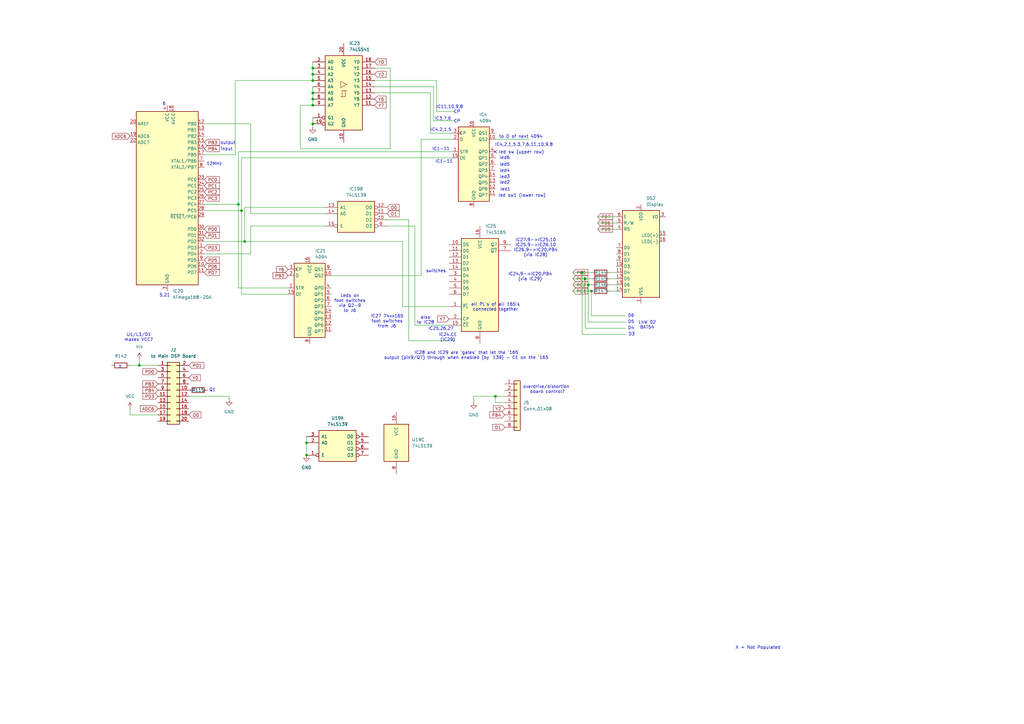
<source format=kicad_sch>
(kicad_sch
	(version 20231120)
	(generator "eeschema")
	(generator_version "8.0")
	(uuid "49dbc69f-2111-4c78-89d9-34c60e18b20c")
	(paper "A3")
	(lib_symbols
		(symbol "74xx:74LS139"
			(pin_names
				(offset 1.016)
			)
			(exclude_from_sim no)
			(in_bom yes)
			(on_board yes)
			(property "Reference" "U"
				(at -7.62 8.89 0)
				(effects
					(font
						(size 1.27 1.27)
					)
				)
			)
			(property "Value" "74LS139"
				(at -7.62 -8.89 0)
				(effects
					(font
						(size 1.27 1.27)
					)
				)
			)
			(property "Footprint" ""
				(at 0 0 0)
				(effects
					(font
						(size 1.27 1.27)
					)
					(hide yes)
				)
			)
			(property "Datasheet" "http://www.ti.com/lit/ds/symlink/sn74ls139a.pdf"
				(at 0 0 0)
				(effects
					(font
						(size 1.27 1.27)
					)
					(hide yes)
				)
			)
			(property "Description" "Dual Decoder 1 of 4, Active low outputs"
				(at 0 0 0)
				(effects
					(font
						(size 1.27 1.27)
					)
					(hide yes)
				)
			)
			(property "ki_locked" ""
				(at 0 0 0)
				(effects
					(font
						(size 1.27 1.27)
					)
				)
			)
			(property "ki_keywords" "TTL DECOD4"
				(at 0 0 0)
				(effects
					(font
						(size 1.27 1.27)
					)
					(hide yes)
				)
			)
			(property "ki_fp_filters" "DIP?16*"
				(at 0 0 0)
				(effects
					(font
						(size 1.27 1.27)
					)
					(hide yes)
				)
			)
			(symbol "74LS139_1_0"
				(pin input inverted
					(at -12.7 -5.08 0)
					(length 5.08)
					(name "E"
						(effects
							(font
								(size 1.27 1.27)
							)
						)
					)
					(number "1"
						(effects
							(font
								(size 1.27 1.27)
							)
						)
					)
				)
				(pin input line
					(at -12.7 0 0)
					(length 5.08)
					(name "A0"
						(effects
							(font
								(size 1.27 1.27)
							)
						)
					)
					(number "2"
						(effects
							(font
								(size 1.27 1.27)
							)
						)
					)
				)
				(pin input line
					(at -12.7 2.54 0)
					(length 5.08)
					(name "A1"
						(effects
							(font
								(size 1.27 1.27)
							)
						)
					)
					(number "3"
						(effects
							(font
								(size 1.27 1.27)
							)
						)
					)
				)
				(pin output inverted
					(at 12.7 2.54 180)
					(length 5.08)
					(name "O0"
						(effects
							(font
								(size 1.27 1.27)
							)
						)
					)
					(number "4"
						(effects
							(font
								(size 1.27 1.27)
							)
						)
					)
				)
				(pin output inverted
					(at 12.7 0 180)
					(length 5.08)
					(name "O1"
						(effects
							(font
								(size 1.27 1.27)
							)
						)
					)
					(number "5"
						(effects
							(font
								(size 1.27 1.27)
							)
						)
					)
				)
				(pin output inverted
					(at 12.7 -2.54 180)
					(length 5.08)
					(name "O2"
						(effects
							(font
								(size 1.27 1.27)
							)
						)
					)
					(number "6"
						(effects
							(font
								(size 1.27 1.27)
							)
						)
					)
				)
				(pin output inverted
					(at 12.7 -5.08 180)
					(length 5.08)
					(name "O3"
						(effects
							(font
								(size 1.27 1.27)
							)
						)
					)
					(number "7"
						(effects
							(font
								(size 1.27 1.27)
							)
						)
					)
				)
			)
			(symbol "74LS139_1_1"
				(rectangle
					(start -7.62 5.08)
					(end 7.62 -7.62)
					(stroke
						(width 0.254)
						(type default)
					)
					(fill
						(type background)
					)
				)
			)
			(symbol "74LS139_2_0"
				(pin output inverted
					(at 12.7 -2.54 180)
					(length 5.08)
					(name "O2"
						(effects
							(font
								(size 1.27 1.27)
							)
						)
					)
					(number "10"
						(effects
							(font
								(size 1.27 1.27)
							)
						)
					)
				)
				(pin output inverted
					(at 12.7 0 180)
					(length 5.08)
					(name "O1"
						(effects
							(font
								(size 1.27 1.27)
							)
						)
					)
					(number "11"
						(effects
							(font
								(size 1.27 1.27)
							)
						)
					)
				)
				(pin output inverted
					(at 12.7 2.54 180)
					(length 5.08)
					(name "O0"
						(effects
							(font
								(size 1.27 1.27)
							)
						)
					)
					(number "12"
						(effects
							(font
								(size 1.27 1.27)
							)
						)
					)
				)
				(pin input line
					(at -12.7 2.54 0)
					(length 5.08)
					(name "A1"
						(effects
							(font
								(size 1.27 1.27)
							)
						)
					)
					(number "13"
						(effects
							(font
								(size 1.27 1.27)
							)
						)
					)
				)
				(pin input line
					(at -12.7 0 0)
					(length 5.08)
					(name "A0"
						(effects
							(font
								(size 1.27 1.27)
							)
						)
					)
					(number "14"
						(effects
							(font
								(size 1.27 1.27)
							)
						)
					)
				)
				(pin input inverted
					(at -12.7 -5.08 0)
					(length 5.08)
					(name "E"
						(effects
							(font
								(size 1.27 1.27)
							)
						)
					)
					(number "15"
						(effects
							(font
								(size 1.27 1.27)
							)
						)
					)
				)
				(pin output inverted
					(at 12.7 -5.08 180)
					(length 5.08)
					(name "O3"
						(effects
							(font
								(size 1.27 1.27)
							)
						)
					)
					(number "9"
						(effects
							(font
								(size 1.27 1.27)
							)
						)
					)
				)
			)
			(symbol "74LS139_2_1"
				(rectangle
					(start -7.62 5.08)
					(end 7.62 -7.62)
					(stroke
						(width 0.254)
						(type default)
					)
					(fill
						(type background)
					)
				)
			)
			(symbol "74LS139_3_0"
				(pin power_in line
					(at 0 12.7 270)
					(length 5.08)
					(name "VCC"
						(effects
							(font
								(size 1.27 1.27)
							)
						)
					)
					(number "16"
						(effects
							(font
								(size 1.27 1.27)
							)
						)
					)
				)
				(pin power_in line
					(at 0 -12.7 90)
					(length 5.08)
					(name "GND"
						(effects
							(font
								(size 1.27 1.27)
							)
						)
					)
					(number "8"
						(effects
							(font
								(size 1.27 1.27)
							)
						)
					)
				)
			)
			(symbol "74LS139_3_1"
				(rectangle
					(start -5.08 7.62)
					(end 5.08 -7.62)
					(stroke
						(width 0.254)
						(type default)
					)
					(fill
						(type background)
					)
				)
			)
		)
		(symbol "74xx:74LS165"
			(exclude_from_sim no)
			(in_bom yes)
			(on_board yes)
			(property "Reference" "U"
				(at -7.62 19.05 0)
				(effects
					(font
						(size 1.27 1.27)
					)
				)
			)
			(property "Value" "74LS165"
				(at -7.62 -21.59 0)
				(effects
					(font
						(size 1.27 1.27)
					)
				)
			)
			(property "Footprint" ""
				(at 0 0 0)
				(effects
					(font
						(size 1.27 1.27)
					)
					(hide yes)
				)
			)
			(property "Datasheet" "https://www.ti.com/lit/ds/symlink/sn74ls165a.pdf"
				(at 0 0 0)
				(effects
					(font
						(size 1.27 1.27)
					)
					(hide yes)
				)
			)
			(property "Description" "Shift Register 8-bit, parallel load"
				(at 0 0 0)
				(effects
					(font
						(size 1.27 1.27)
					)
					(hide yes)
				)
			)
			(property "ki_keywords" "TTL SR SR8"
				(at 0 0 0)
				(effects
					(font
						(size 1.27 1.27)
					)
					(hide yes)
				)
			)
			(property "ki_fp_filters" "DIP?16* SO*16*3.9x9.9mm*P1.27mm* SSOP*16*5.3x6.2mm*P0.65mm* TSSOP*16*4.4x5mm*P0.65*"
				(at 0 0 0)
				(effects
					(font
						(size 1.27 1.27)
					)
					(hide yes)
				)
			)
			(symbol "74LS165_1_0"
				(pin input line
					(at -12.7 -10.16 0)
					(length 5.08)
					(name "~{PL}"
						(effects
							(font
								(size 1.27 1.27)
							)
						)
					)
					(number "1"
						(effects
							(font
								(size 1.27 1.27)
							)
						)
					)
				)
				(pin input line
					(at -12.7 15.24 0)
					(length 5.08)
					(name "DS"
						(effects
							(font
								(size 1.27 1.27)
							)
						)
					)
					(number "10"
						(effects
							(font
								(size 1.27 1.27)
							)
						)
					)
				)
				(pin input line
					(at -12.7 12.7 0)
					(length 5.08)
					(name "D0"
						(effects
							(font
								(size 1.27 1.27)
							)
						)
					)
					(number "11"
						(effects
							(font
								(size 1.27 1.27)
							)
						)
					)
				)
				(pin input line
					(at -12.7 10.16 0)
					(length 5.08)
					(name "D1"
						(effects
							(font
								(size 1.27 1.27)
							)
						)
					)
					(number "12"
						(effects
							(font
								(size 1.27 1.27)
							)
						)
					)
				)
				(pin input line
					(at -12.7 7.62 0)
					(length 5.08)
					(name "D2"
						(effects
							(font
								(size 1.27 1.27)
							)
						)
					)
					(number "13"
						(effects
							(font
								(size 1.27 1.27)
							)
						)
					)
				)
				(pin input line
					(at -12.7 5.08 0)
					(length 5.08)
					(name "D3"
						(effects
							(font
								(size 1.27 1.27)
							)
						)
					)
					(number "14"
						(effects
							(font
								(size 1.27 1.27)
							)
						)
					)
				)
				(pin input line
					(at -12.7 -17.78 0)
					(length 5.08)
					(name "~{CE}"
						(effects
							(font
								(size 1.27 1.27)
							)
						)
					)
					(number "15"
						(effects
							(font
								(size 1.27 1.27)
							)
						)
					)
				)
				(pin power_in line
					(at 0 22.86 270)
					(length 5.08)
					(name "VCC"
						(effects
							(font
								(size 1.27 1.27)
							)
						)
					)
					(number "16"
						(effects
							(font
								(size 1.27 1.27)
							)
						)
					)
				)
				(pin input line
					(at -12.7 -15.24 0)
					(length 5.08)
					(name "CP"
						(effects
							(font
								(size 1.27 1.27)
							)
						)
					)
					(number "2"
						(effects
							(font
								(size 1.27 1.27)
							)
						)
					)
				)
				(pin input line
					(at -12.7 2.54 0)
					(length 5.08)
					(name "D4"
						(effects
							(font
								(size 1.27 1.27)
							)
						)
					)
					(number "3"
						(effects
							(font
								(size 1.27 1.27)
							)
						)
					)
				)
				(pin input line
					(at -12.7 0 0)
					(length 5.08)
					(name "D5"
						(effects
							(font
								(size 1.27 1.27)
							)
						)
					)
					(number "4"
						(effects
							(font
								(size 1.27 1.27)
							)
						)
					)
				)
				(pin input line
					(at -12.7 -2.54 0)
					(length 5.08)
					(name "D6"
						(effects
							(font
								(size 1.27 1.27)
							)
						)
					)
					(number "5"
						(effects
							(font
								(size 1.27 1.27)
							)
						)
					)
				)
				(pin input line
					(at -12.7 -5.08 0)
					(length 5.08)
					(name "D7"
						(effects
							(font
								(size 1.27 1.27)
							)
						)
					)
					(number "6"
						(effects
							(font
								(size 1.27 1.27)
							)
						)
					)
				)
				(pin output line
					(at 12.7 12.7 180)
					(length 5.08)
					(name "~{Q7}"
						(effects
							(font
								(size 1.27 1.27)
							)
						)
					)
					(number "7"
						(effects
							(font
								(size 1.27 1.27)
							)
						)
					)
				)
				(pin power_in line
					(at 0 -25.4 90)
					(length 5.08)
					(name "GND"
						(effects
							(font
								(size 1.27 1.27)
							)
						)
					)
					(number "8"
						(effects
							(font
								(size 1.27 1.27)
							)
						)
					)
				)
				(pin output line
					(at 12.7 15.24 180)
					(length 5.08)
					(name "Q7"
						(effects
							(font
								(size 1.27 1.27)
							)
						)
					)
					(number "9"
						(effects
							(font
								(size 1.27 1.27)
							)
						)
					)
				)
			)
			(symbol "74LS165_1_1"
				(rectangle
					(start -7.62 17.78)
					(end 7.62 -20.32)
					(stroke
						(width 0.254)
						(type default)
					)
					(fill
						(type background)
					)
				)
			)
		)
		(symbol "74xx:74LS541"
			(pin_names
				(offset 1.016)
			)
			(exclude_from_sim no)
			(in_bom yes)
			(on_board yes)
			(property "Reference" "U"
				(at -7.62 16.51 0)
				(effects
					(font
						(size 1.27 1.27)
					)
				)
			)
			(property "Value" "74LS541"
				(at -7.62 -16.51 0)
				(effects
					(font
						(size 1.27 1.27)
					)
				)
			)
			(property "Footprint" ""
				(at 0 0 0)
				(effects
					(font
						(size 1.27 1.27)
					)
					(hide yes)
				)
			)
			(property "Datasheet" "http://www.ti.com/lit/gpn/sn74LS541"
				(at 0 0 0)
				(effects
					(font
						(size 1.27 1.27)
					)
					(hide yes)
				)
			)
			(property "Description" "8-bit Buffer/Line Driver 3-state outputs"
				(at 0 0 0)
				(effects
					(font
						(size 1.27 1.27)
					)
					(hide yes)
				)
			)
			(property "ki_locked" ""
				(at 0 0 0)
				(effects
					(font
						(size 1.27 1.27)
					)
				)
			)
			(property "ki_keywords" "TTL BUFFER 3State BUS"
				(at 0 0 0)
				(effects
					(font
						(size 1.27 1.27)
					)
					(hide yes)
				)
			)
			(property "ki_fp_filters" "DIP?20*"
				(at 0 0 0)
				(effects
					(font
						(size 1.27 1.27)
					)
					(hide yes)
				)
			)
			(symbol "74LS541_1_0"
				(polyline
					(pts
						(xy -0.635 -1.6002) (xy -0.635 0.9398) (xy 0.635 0.9398)
					)
					(stroke
						(width 0)
						(type default)
					)
					(fill
						(type none)
					)
				)
				(polyline
					(pts
						(xy -1.27 -1.6002) (xy 0.635 -1.6002) (xy 0.635 0.9398) (xy 1.27 0.9398)
					)
					(stroke
						(width 0)
						(type default)
					)
					(fill
						(type none)
					)
				)
				(polyline
					(pts
						(xy 1.27 3.4798) (xy -1.27 4.7498) (xy -1.27 2.2098) (xy 1.27 3.4798)
					)
					(stroke
						(width 0.1524)
						(type default)
					)
					(fill
						(type none)
					)
				)
				(pin input inverted
					(at -12.7 -10.16 0)
					(length 5.08)
					(name "G1"
						(effects
							(font
								(size 1.27 1.27)
							)
						)
					)
					(number "1"
						(effects
							(font
								(size 1.27 1.27)
							)
						)
					)
				)
				(pin power_in line
					(at 0 -20.32 90)
					(length 5.08)
					(name "GND"
						(effects
							(font
								(size 1.27 1.27)
							)
						)
					)
					(number "10"
						(effects
							(font
								(size 1.27 1.27)
							)
						)
					)
				)
				(pin tri_state line
					(at 12.7 -5.08 180)
					(length 5.08)
					(name "Y7"
						(effects
							(font
								(size 1.27 1.27)
							)
						)
					)
					(number "11"
						(effects
							(font
								(size 1.27 1.27)
							)
						)
					)
				)
				(pin tri_state line
					(at 12.7 -2.54 180)
					(length 5.08)
					(name "Y6"
						(effects
							(font
								(size 1.27 1.27)
							)
						)
					)
					(number "12"
						(effects
							(font
								(size 1.27 1.27)
							)
						)
					)
				)
				(pin tri_state line
					(at 12.7 0 180)
					(length 5.08)
					(name "Y5"
						(effects
							(font
								(size 1.27 1.27)
							)
						)
					)
					(number "13"
						(effects
							(font
								(size 1.27 1.27)
							)
						)
					)
				)
				(pin tri_state line
					(at 12.7 2.54 180)
					(length 5.08)
					(name "Y4"
						(effects
							(font
								(size 1.27 1.27)
							)
						)
					)
					(number "14"
						(effects
							(font
								(size 1.27 1.27)
							)
						)
					)
				)
				(pin tri_state line
					(at 12.7 5.08 180)
					(length 5.08)
					(name "Y3"
						(effects
							(font
								(size 1.27 1.27)
							)
						)
					)
					(number "15"
						(effects
							(font
								(size 1.27 1.27)
							)
						)
					)
				)
				(pin tri_state line
					(at 12.7 7.62 180)
					(length 5.08)
					(name "Y2"
						(effects
							(font
								(size 1.27 1.27)
							)
						)
					)
					(number "16"
						(effects
							(font
								(size 1.27 1.27)
							)
						)
					)
				)
				(pin tri_state line
					(at 12.7 10.16 180)
					(length 5.08)
					(name "Y1"
						(effects
							(font
								(size 1.27 1.27)
							)
						)
					)
					(number "17"
						(effects
							(font
								(size 1.27 1.27)
							)
						)
					)
				)
				(pin tri_state line
					(at 12.7 12.7 180)
					(length 5.08)
					(name "Y0"
						(effects
							(font
								(size 1.27 1.27)
							)
						)
					)
					(number "18"
						(effects
							(font
								(size 1.27 1.27)
							)
						)
					)
				)
				(pin input inverted
					(at -12.7 -12.7 0)
					(length 5.08)
					(name "G2"
						(effects
							(font
								(size 1.27 1.27)
							)
						)
					)
					(number "19"
						(effects
							(font
								(size 1.27 1.27)
							)
						)
					)
				)
				(pin input line
					(at -12.7 12.7 0)
					(length 5.08)
					(name "A0"
						(effects
							(font
								(size 1.27 1.27)
							)
						)
					)
					(number "2"
						(effects
							(font
								(size 1.27 1.27)
							)
						)
					)
				)
				(pin power_in line
					(at 0 20.32 270)
					(length 5.08)
					(name "VCC"
						(effects
							(font
								(size 1.27 1.27)
							)
						)
					)
					(number "20"
						(effects
							(font
								(size 1.27 1.27)
							)
						)
					)
				)
				(pin input line
					(at -12.7 10.16 0)
					(length 5.08)
					(name "A1"
						(effects
							(font
								(size 1.27 1.27)
							)
						)
					)
					(number "3"
						(effects
							(font
								(size 1.27 1.27)
							)
						)
					)
				)
				(pin input line
					(at -12.7 7.62 0)
					(length 5.08)
					(name "A2"
						(effects
							(font
								(size 1.27 1.27)
							)
						)
					)
					(number "4"
						(effects
							(font
								(size 1.27 1.27)
							)
						)
					)
				)
				(pin input line
					(at -12.7 5.08 0)
					(length 5.08)
					(name "A3"
						(effects
							(font
								(size 1.27 1.27)
							)
						)
					)
					(number "5"
						(effects
							(font
								(size 1.27 1.27)
							)
						)
					)
				)
				(pin input line
					(at -12.7 2.54 0)
					(length 5.08)
					(name "A4"
						(effects
							(font
								(size 1.27 1.27)
							)
						)
					)
					(number "6"
						(effects
							(font
								(size 1.27 1.27)
							)
						)
					)
				)
				(pin input line
					(at -12.7 0 0)
					(length 5.08)
					(name "A5"
						(effects
							(font
								(size 1.27 1.27)
							)
						)
					)
					(number "7"
						(effects
							(font
								(size 1.27 1.27)
							)
						)
					)
				)
				(pin input line
					(at -12.7 -2.54 0)
					(length 5.08)
					(name "A6"
						(effects
							(font
								(size 1.27 1.27)
							)
						)
					)
					(number "8"
						(effects
							(font
								(size 1.27 1.27)
							)
						)
					)
				)
				(pin input line
					(at -12.7 -5.08 0)
					(length 5.08)
					(name "A7"
						(effects
							(font
								(size 1.27 1.27)
							)
						)
					)
					(number "9"
						(effects
							(font
								(size 1.27 1.27)
							)
						)
					)
				)
			)
			(symbol "74LS541_1_1"
				(rectangle
					(start -7.62 15.24)
					(end 7.62 -15.24)
					(stroke
						(width 0.254)
						(type default)
					)
					(fill
						(type background)
					)
				)
			)
		)
		(symbol "Connector_Generic:Conn_01x08"
			(pin_names
				(offset 1.016) hide)
			(exclude_from_sim no)
			(in_bom yes)
			(on_board yes)
			(property "Reference" "J"
				(at 0 10.16 0)
				(effects
					(font
						(size 1.27 1.27)
					)
				)
			)
			(property "Value" "Conn_01x08"
				(at 0 -12.7 0)
				(effects
					(font
						(size 1.27 1.27)
					)
				)
			)
			(property "Footprint" ""
				(at 0 0 0)
				(effects
					(font
						(size 1.27 1.27)
					)
					(hide yes)
				)
			)
			(property "Datasheet" "~"
				(at 0 0 0)
				(effects
					(font
						(size 1.27 1.27)
					)
					(hide yes)
				)
			)
			(property "Description" "Generic connector, single row, 01x08, script generated (kicad-library-utils/schlib/autogen/connector/)"
				(at 0 0 0)
				(effects
					(font
						(size 1.27 1.27)
					)
					(hide yes)
				)
			)
			(property "ki_keywords" "connector"
				(at 0 0 0)
				(effects
					(font
						(size 1.27 1.27)
					)
					(hide yes)
				)
			)
			(property "ki_fp_filters" "Connector*:*_1x??_*"
				(at 0 0 0)
				(effects
					(font
						(size 1.27 1.27)
					)
					(hide yes)
				)
			)
			(symbol "Conn_01x08_1_1"
				(rectangle
					(start -1.27 -10.033)
					(end 0 -10.287)
					(stroke
						(width 0.1524)
						(type default)
					)
					(fill
						(type none)
					)
				)
				(rectangle
					(start -1.27 -7.493)
					(end 0 -7.747)
					(stroke
						(width 0.1524)
						(type default)
					)
					(fill
						(type none)
					)
				)
				(rectangle
					(start -1.27 -4.953)
					(end 0 -5.207)
					(stroke
						(width 0.1524)
						(type default)
					)
					(fill
						(type none)
					)
				)
				(rectangle
					(start -1.27 -2.413)
					(end 0 -2.667)
					(stroke
						(width 0.1524)
						(type default)
					)
					(fill
						(type none)
					)
				)
				(rectangle
					(start -1.27 0.127)
					(end 0 -0.127)
					(stroke
						(width 0.1524)
						(type default)
					)
					(fill
						(type none)
					)
				)
				(rectangle
					(start -1.27 2.667)
					(end 0 2.413)
					(stroke
						(width 0.1524)
						(type default)
					)
					(fill
						(type none)
					)
				)
				(rectangle
					(start -1.27 5.207)
					(end 0 4.953)
					(stroke
						(width 0.1524)
						(type default)
					)
					(fill
						(type none)
					)
				)
				(rectangle
					(start -1.27 7.747)
					(end 0 7.493)
					(stroke
						(width 0.1524)
						(type default)
					)
					(fill
						(type none)
					)
				)
				(rectangle
					(start -1.27 8.89)
					(end 1.27 -11.43)
					(stroke
						(width 0.254)
						(type default)
					)
					(fill
						(type background)
					)
				)
				(pin passive line
					(at -5.08 7.62 0)
					(length 3.81)
					(name "Pin_1"
						(effects
							(font
								(size 1.27 1.27)
							)
						)
					)
					(number "1"
						(effects
							(font
								(size 1.27 1.27)
							)
						)
					)
				)
				(pin passive line
					(at -5.08 5.08 0)
					(length 3.81)
					(name "Pin_2"
						(effects
							(font
								(size 1.27 1.27)
							)
						)
					)
					(number "2"
						(effects
							(font
								(size 1.27 1.27)
							)
						)
					)
				)
				(pin passive line
					(at -5.08 2.54 0)
					(length 3.81)
					(name "Pin_3"
						(effects
							(font
								(size 1.27 1.27)
							)
						)
					)
					(number "3"
						(effects
							(font
								(size 1.27 1.27)
							)
						)
					)
				)
				(pin passive line
					(at -5.08 0 0)
					(length 3.81)
					(name "Pin_4"
						(effects
							(font
								(size 1.27 1.27)
							)
						)
					)
					(number "4"
						(effects
							(font
								(size 1.27 1.27)
							)
						)
					)
				)
				(pin passive line
					(at -5.08 -2.54 0)
					(length 3.81)
					(name "Pin_5"
						(effects
							(font
								(size 1.27 1.27)
							)
						)
					)
					(number "5"
						(effects
							(font
								(size 1.27 1.27)
							)
						)
					)
				)
				(pin passive line
					(at -5.08 -5.08 0)
					(length 3.81)
					(name "Pin_6"
						(effects
							(font
								(size 1.27 1.27)
							)
						)
					)
					(number "6"
						(effects
							(font
								(size 1.27 1.27)
							)
						)
					)
				)
				(pin passive line
					(at -5.08 -7.62 0)
					(length 3.81)
					(name "Pin_7"
						(effects
							(font
								(size 1.27 1.27)
							)
						)
					)
					(number "7"
						(effects
							(font
								(size 1.27 1.27)
							)
						)
					)
				)
				(pin passive line
					(at -5.08 -10.16 0)
					(length 3.81)
					(name "Pin_8"
						(effects
							(font
								(size 1.27 1.27)
							)
						)
					)
					(number "8"
						(effects
							(font
								(size 1.27 1.27)
							)
						)
					)
				)
			)
		)
		(symbol "Connector_Generic:Conn_02x10_Odd_Even"
			(pin_names
				(offset 1.016) hide)
			(exclude_from_sim no)
			(in_bom yes)
			(on_board yes)
			(property "Reference" "J"
				(at 1.27 12.7 0)
				(effects
					(font
						(size 1.27 1.27)
					)
				)
			)
			(property "Value" "Conn_02x10_Odd_Even"
				(at 1.27 -15.24 0)
				(effects
					(font
						(size 1.27 1.27)
					)
				)
			)
			(property "Footprint" ""
				(at 0 0 0)
				(effects
					(font
						(size 1.27 1.27)
					)
					(hide yes)
				)
			)
			(property "Datasheet" "~"
				(at 0 0 0)
				(effects
					(font
						(size 1.27 1.27)
					)
					(hide yes)
				)
			)
			(property "Description" "Generic connector, double row, 02x10, odd/even pin numbering scheme (row 1 odd numbers, row 2 even numbers), script generated (kicad-library-utils/schlib/autogen/connector/)"
				(at 0 0 0)
				(effects
					(font
						(size 1.27 1.27)
					)
					(hide yes)
				)
			)
			(property "ki_keywords" "connector"
				(at 0 0 0)
				(effects
					(font
						(size 1.27 1.27)
					)
					(hide yes)
				)
			)
			(property "ki_fp_filters" "Connector*:*_2x??_*"
				(at 0 0 0)
				(effects
					(font
						(size 1.27 1.27)
					)
					(hide yes)
				)
			)
			(symbol "Conn_02x10_Odd_Even_1_1"
				(rectangle
					(start -1.27 -12.573)
					(end 0 -12.827)
					(stroke
						(width 0.1524)
						(type default)
					)
					(fill
						(type none)
					)
				)
				(rectangle
					(start -1.27 -10.033)
					(end 0 -10.287)
					(stroke
						(width 0.1524)
						(type default)
					)
					(fill
						(type none)
					)
				)
				(rectangle
					(start -1.27 -7.493)
					(end 0 -7.747)
					(stroke
						(width 0.1524)
						(type default)
					)
					(fill
						(type none)
					)
				)
				(rectangle
					(start -1.27 -4.953)
					(end 0 -5.207)
					(stroke
						(width 0.1524)
						(type default)
					)
					(fill
						(type none)
					)
				)
				(rectangle
					(start -1.27 -2.413)
					(end 0 -2.667)
					(stroke
						(width 0.1524)
						(type default)
					)
					(fill
						(type none)
					)
				)
				(rectangle
					(start -1.27 0.127)
					(end 0 -0.127)
					(stroke
						(width 0.1524)
						(type default)
					)
					(fill
						(type none)
					)
				)
				(rectangle
					(start -1.27 2.667)
					(end 0 2.413)
					(stroke
						(width 0.1524)
						(type default)
					)
					(fill
						(type none)
					)
				)
				(rectangle
					(start -1.27 5.207)
					(end 0 4.953)
					(stroke
						(width 0.1524)
						(type default)
					)
					(fill
						(type none)
					)
				)
				(rectangle
					(start -1.27 7.747)
					(end 0 7.493)
					(stroke
						(width 0.1524)
						(type default)
					)
					(fill
						(type none)
					)
				)
				(rectangle
					(start -1.27 10.287)
					(end 0 10.033)
					(stroke
						(width 0.1524)
						(type default)
					)
					(fill
						(type none)
					)
				)
				(rectangle
					(start -1.27 11.43)
					(end 3.81 -13.97)
					(stroke
						(width 0.254)
						(type default)
					)
					(fill
						(type background)
					)
				)
				(rectangle
					(start 3.81 -12.573)
					(end 2.54 -12.827)
					(stroke
						(width 0.1524)
						(type default)
					)
					(fill
						(type none)
					)
				)
				(rectangle
					(start 3.81 -10.033)
					(end 2.54 -10.287)
					(stroke
						(width 0.1524)
						(type default)
					)
					(fill
						(type none)
					)
				)
				(rectangle
					(start 3.81 -7.493)
					(end 2.54 -7.747)
					(stroke
						(width 0.1524)
						(type default)
					)
					(fill
						(type none)
					)
				)
				(rectangle
					(start 3.81 -4.953)
					(end 2.54 -5.207)
					(stroke
						(width 0.1524)
						(type default)
					)
					(fill
						(type none)
					)
				)
				(rectangle
					(start 3.81 -2.413)
					(end 2.54 -2.667)
					(stroke
						(width 0.1524)
						(type default)
					)
					(fill
						(type none)
					)
				)
				(rectangle
					(start 3.81 0.127)
					(end 2.54 -0.127)
					(stroke
						(width 0.1524)
						(type default)
					)
					(fill
						(type none)
					)
				)
				(rectangle
					(start 3.81 2.667)
					(end 2.54 2.413)
					(stroke
						(width 0.1524)
						(type default)
					)
					(fill
						(type none)
					)
				)
				(rectangle
					(start 3.81 5.207)
					(end 2.54 4.953)
					(stroke
						(width 0.1524)
						(type default)
					)
					(fill
						(type none)
					)
				)
				(rectangle
					(start 3.81 7.747)
					(end 2.54 7.493)
					(stroke
						(width 0.1524)
						(type default)
					)
					(fill
						(type none)
					)
				)
				(rectangle
					(start 3.81 10.287)
					(end 2.54 10.033)
					(stroke
						(width 0.1524)
						(type default)
					)
					(fill
						(type none)
					)
				)
				(pin passive line
					(at -5.08 10.16 0)
					(length 3.81)
					(name "Pin_1"
						(effects
							(font
								(size 1.27 1.27)
							)
						)
					)
					(number "1"
						(effects
							(font
								(size 1.27 1.27)
							)
						)
					)
				)
				(pin passive line
					(at 7.62 0 180)
					(length 3.81)
					(name "Pin_10"
						(effects
							(font
								(size 1.27 1.27)
							)
						)
					)
					(number "10"
						(effects
							(font
								(size 1.27 1.27)
							)
						)
					)
				)
				(pin passive line
					(at -5.08 -2.54 0)
					(length 3.81)
					(name "Pin_11"
						(effects
							(font
								(size 1.27 1.27)
							)
						)
					)
					(number "11"
						(effects
							(font
								(size 1.27 1.27)
							)
						)
					)
				)
				(pin passive line
					(at 7.62 -2.54 180)
					(length 3.81)
					(name "Pin_12"
						(effects
							(font
								(size 1.27 1.27)
							)
						)
					)
					(number "12"
						(effects
							(font
								(size 1.27 1.27)
							)
						)
					)
				)
				(pin passive line
					(at -5.08 -5.08 0)
					(length 3.81)
					(name "Pin_13"
						(effects
							(font
								(size 1.27 1.27)
							)
						)
					)
					(number "13"
						(effects
							(font
								(size 1.27 1.27)
							)
						)
					)
				)
				(pin passive line
					(at 7.62 -5.08 180)
					(length 3.81)
					(name "Pin_14"
						(effects
							(font
								(size 1.27 1.27)
							)
						)
					)
					(number "14"
						(effects
							(font
								(size 1.27 1.27)
							)
						)
					)
				)
				(pin passive line
					(at -5.08 -7.62 0)
					(length 3.81)
					(name "Pin_15"
						(effects
							(font
								(size 1.27 1.27)
							)
						)
					)
					(number "15"
						(effects
							(font
								(size 1.27 1.27)
							)
						)
					)
				)
				(pin passive line
					(at 7.62 -7.62 180)
					(length 3.81)
					(name "Pin_16"
						(effects
							(font
								(size 1.27 1.27)
							)
						)
					)
					(number "16"
						(effects
							(font
								(size 1.27 1.27)
							)
						)
					)
				)
				(pin passive line
					(at -5.08 -10.16 0)
					(length 3.81)
					(name "Pin_17"
						(effects
							(font
								(size 1.27 1.27)
							)
						)
					)
					(number "17"
						(effects
							(font
								(size 1.27 1.27)
							)
						)
					)
				)
				(pin passive line
					(at 7.62 -10.16 180)
					(length 3.81)
					(name "Pin_18"
						(effects
							(font
								(size 1.27 1.27)
							)
						)
					)
					(number "18"
						(effects
							(font
								(size 1.27 1.27)
							)
						)
					)
				)
				(pin passive line
					(at -5.08 -12.7 0)
					(length 3.81)
					(name "Pin_19"
						(effects
							(font
								(size 1.27 1.27)
							)
						)
					)
					(number "19"
						(effects
							(font
								(size 1.27 1.27)
							)
						)
					)
				)
				(pin passive line
					(at 7.62 10.16 180)
					(length 3.81)
					(name "Pin_2"
						(effects
							(font
								(size 1.27 1.27)
							)
						)
					)
					(number "2"
						(effects
							(font
								(size 1.27 1.27)
							)
						)
					)
				)
				(pin passive line
					(at 7.62 -12.7 180)
					(length 3.81)
					(name "Pin_20"
						(effects
							(font
								(size 1.27 1.27)
							)
						)
					)
					(number "20"
						(effects
							(font
								(size 1.27 1.27)
							)
						)
					)
				)
				(pin passive line
					(at -5.08 7.62 0)
					(length 3.81)
					(name "Pin_3"
						(effects
							(font
								(size 1.27 1.27)
							)
						)
					)
					(number "3"
						(effects
							(font
								(size 1.27 1.27)
							)
						)
					)
				)
				(pin passive line
					(at 7.62 7.62 180)
					(length 3.81)
					(name "Pin_4"
						(effects
							(font
								(size 1.27 1.27)
							)
						)
					)
					(number "4"
						(effects
							(font
								(size 1.27 1.27)
							)
						)
					)
				)
				(pin passive line
					(at -5.08 5.08 0)
					(length 3.81)
					(name "Pin_5"
						(effects
							(font
								(size 1.27 1.27)
							)
						)
					)
					(number "5"
						(effects
							(font
								(size 1.27 1.27)
							)
						)
					)
				)
				(pin passive line
					(at 7.62 5.08 180)
					(length 3.81)
					(name "Pin_6"
						(effects
							(font
								(size 1.27 1.27)
							)
						)
					)
					(number "6"
						(effects
							(font
								(size 1.27 1.27)
							)
						)
					)
				)
				(pin passive line
					(at -5.08 2.54 0)
					(length 3.81)
					(name "Pin_7"
						(effects
							(font
								(size 1.27 1.27)
							)
						)
					)
					(number "7"
						(effects
							(font
								(size 1.27 1.27)
							)
						)
					)
				)
				(pin passive line
					(at 7.62 2.54 180)
					(length 3.81)
					(name "Pin_8"
						(effects
							(font
								(size 1.27 1.27)
							)
						)
					)
					(number "8"
						(effects
							(font
								(size 1.27 1.27)
							)
						)
					)
				)
				(pin passive line
					(at -5.08 0 0)
					(length 3.81)
					(name "Pin_9"
						(effects
							(font
								(size 1.27 1.27)
							)
						)
					)
					(number "9"
						(effects
							(font
								(size 1.27 1.27)
							)
						)
					)
				)
			)
		)
		(symbol "Device:R"
			(pin_numbers hide)
			(pin_names
				(offset 0)
			)
			(exclude_from_sim no)
			(in_bom yes)
			(on_board yes)
			(property "Reference" "R144"
				(at 0 0 90)
				(effects
					(font
						(size 1.27 1.27)
					)
				)
			)
			(property "Value" "R"
				(at 3.81 0 90)
				(effects
					(font
						(size 1.27 1.27)
					)
					(hide yes)
				)
			)
			(property "Footprint" ""
				(at -1.778 0 90)
				(effects
					(font
						(size 1.27 1.27)
					)
					(hide yes)
				)
			)
			(property "Datasheet" "~"
				(at 0 0 0)
				(effects
					(font
						(size 1.27 1.27)
					)
					(hide yes)
				)
			)
			(property "Description" "Resistor"
				(at 0 0 0)
				(effects
					(font
						(size 1.27 1.27)
					)
					(hide yes)
				)
			)
			(property "ki_keywords" "R res resistor"
				(at 0 0 0)
				(effects
					(font
						(size 1.27 1.27)
					)
					(hide yes)
				)
			)
			(property "ki_fp_filters" "R_*"
				(at 0 0 0)
				(effects
					(font
						(size 1.27 1.27)
					)
					(hide yes)
				)
			)
			(symbol "R_0_1"
				(rectangle
					(start -1.016 -2.54)
					(end 1.016 2.54)
					(stroke
						(width 0.254)
						(type default)
					)
					(fill
						(type none)
					)
				)
			)
			(symbol "R_1_1"
				(pin passive line
					(at 0 3.81 270)
					(length 1.27)
					(name "~"
						(effects
							(font
								(size 1.27 1.27)
							)
						)
					)
					(number "1"
						(effects
							(font
								(size 1.27 1.27)
							)
						)
					)
				)
				(pin passive line
					(at 0 -3.81 90)
					(length 1.27)
					(name "~"
						(effects
							(font
								(size 1.27 1.27)
							)
						)
					)
					(number "2"
						(effects
							(font
								(size 1.27 1.27)
							)
						)
					)
				)
			)
		)
		(symbol "Display_Character:WC1602A"
			(exclude_from_sim no)
			(in_bom yes)
			(on_board yes)
			(property "Reference" "DS"
				(at -5.842 19.05 0)
				(effects
					(font
						(size 1.27 1.27)
					)
				)
			)
			(property "Value" "WC1602A"
				(at 5.334 19.05 0)
				(effects
					(font
						(size 1.27 1.27)
					)
				)
			)
			(property "Footprint" "Display:WC1602A"
				(at 0 -22.86 0)
				(effects
					(font
						(size 1.27 1.27)
						(italic yes)
					)
					(hide yes)
				)
			)
			(property "Datasheet" "http://www.wincomlcd.com/pdf/WC1602A-SFYLYHTC06.pdf"
				(at 17.78 0 0)
				(effects
					(font
						(size 1.27 1.27)
					)
					(hide yes)
				)
			)
			(property "Description" "LCD 16x2 Alphanumeric , 8 bit parallel bus, 5V VDD"
				(at 0 0 0)
				(effects
					(font
						(size 1.27 1.27)
					)
					(hide yes)
				)
			)
			(property "ki_keywords" "display LCD dot-matrix"
				(at 0 0 0)
				(effects
					(font
						(size 1.27 1.27)
					)
					(hide yes)
				)
			)
			(property "ki_fp_filters" "*WC*1602A*"
				(at 0 0 0)
				(effects
					(font
						(size 1.27 1.27)
					)
					(hide yes)
				)
			)
			(symbol "WC1602A_1_1"
				(rectangle
					(start -7.62 17.78)
					(end 7.62 -17.78)
					(stroke
						(width 0.254)
						(type default)
					)
					(fill
						(type background)
					)
				)
				(pin power_in line
					(at 0 -20.32 90)
					(length 2.54)
					(name "VSS"
						(effects
							(font
								(size 1.27 1.27)
							)
						)
					)
					(number "1"
						(effects
							(font
								(size 1.27 1.27)
							)
						)
					)
				)
				(pin input line
					(at -10.16 -5.08 0)
					(length 2.54)
					(name "D3"
						(effects
							(font
								(size 1.27 1.27)
							)
						)
					)
					(number "10"
						(effects
							(font
								(size 1.27 1.27)
							)
						)
					)
				)
				(pin input line
					(at -10.16 -7.62 0)
					(length 2.54)
					(name "D4"
						(effects
							(font
								(size 1.27 1.27)
							)
						)
					)
					(number "11"
						(effects
							(font
								(size 1.27 1.27)
							)
						)
					)
				)
				(pin input line
					(at -10.16 -10.16 0)
					(length 2.54)
					(name "D5"
						(effects
							(font
								(size 1.27 1.27)
							)
						)
					)
					(number "12"
						(effects
							(font
								(size 1.27 1.27)
							)
						)
					)
				)
				(pin input line
					(at -10.16 -12.7 0)
					(length 2.54)
					(name "D6"
						(effects
							(font
								(size 1.27 1.27)
							)
						)
					)
					(number "13"
						(effects
							(font
								(size 1.27 1.27)
							)
						)
					)
				)
				(pin input line
					(at -10.16 -15.24 0)
					(length 2.54)
					(name "D7"
						(effects
							(font
								(size 1.27 1.27)
							)
						)
					)
					(number "14"
						(effects
							(font
								(size 1.27 1.27)
							)
						)
					)
				)
				(pin power_in line
					(at 10.16 7.62 180)
					(length 2.54)
					(name "LED(+)"
						(effects
							(font
								(size 1.27 1.27)
							)
						)
					)
					(number "15"
						(effects
							(font
								(size 1.27 1.27)
							)
						)
					)
				)
				(pin power_in line
					(at 10.16 5.08 180)
					(length 2.54)
					(name "LED(-)"
						(effects
							(font
								(size 1.27 1.27)
							)
						)
					)
					(number "16"
						(effects
							(font
								(size 1.27 1.27)
							)
						)
					)
				)
				(pin power_in line
					(at 0 20.32 270)
					(length 2.54)
					(name "VDD"
						(effects
							(font
								(size 1.27 1.27)
							)
						)
					)
					(number "2"
						(effects
							(font
								(size 1.27 1.27)
							)
						)
					)
				)
				(pin input line
					(at 10.16 15.24 180)
					(length 2.54)
					(name "VO"
						(effects
							(font
								(size 1.27 1.27)
							)
						)
					)
					(number "3"
						(effects
							(font
								(size 1.27 1.27)
							)
						)
					)
				)
				(pin input line
					(at -10.16 10.16 0)
					(length 2.54)
					(name "RS"
						(effects
							(font
								(size 1.27 1.27)
							)
						)
					)
					(number "4"
						(effects
							(font
								(size 1.27 1.27)
							)
						)
					)
				)
				(pin input line
					(at -10.16 12.7 0)
					(length 2.54)
					(name "R/W"
						(effects
							(font
								(size 1.27 1.27)
							)
						)
					)
					(number "5"
						(effects
							(font
								(size 1.27 1.27)
							)
						)
					)
				)
				(pin input line
					(at -10.16 15.24 0)
					(length 2.54)
					(name "E"
						(effects
							(font
								(size 1.27 1.27)
							)
						)
					)
					(number "6"
						(effects
							(font
								(size 1.27 1.27)
							)
						)
					)
				)
				(pin input line
					(at -10.16 2.54 0)
					(length 2.54)
					(name "D0"
						(effects
							(font
								(size 1.27 1.27)
							)
						)
					)
					(number "7"
						(effects
							(font
								(size 1.27 1.27)
							)
						)
					)
				)
				(pin input line
					(at -10.16 0 0)
					(length 2.54)
					(name "D1"
						(effects
							(font
								(size 1.27 1.27)
							)
						)
					)
					(number "8"
						(effects
							(font
								(size 1.27 1.27)
							)
						)
					)
				)
				(pin input line
					(at -10.16 -2.54 0)
					(length 2.54)
					(name "D2"
						(effects
							(font
								(size 1.27 1.27)
							)
						)
					)
					(number "9"
						(effects
							(font
								(size 1.27 1.27)
							)
						)
					)
				)
			)
		)
		(symbol "MCU_Microchip_ATmega:ATmega168-20A"
			(exclude_from_sim no)
			(in_bom yes)
			(on_board yes)
			(property "Reference" "U"
				(at -12.7 36.83 0)
				(effects
					(font
						(size 1.27 1.27)
					)
					(justify left bottom)
				)
			)
			(property "Value" "ATmega168-20A"
				(at 2.54 -36.83 0)
				(effects
					(font
						(size 1.27 1.27)
					)
					(justify left top)
				)
			)
			(property "Footprint" "Package_QFP:TQFP-32_7x7mm_P0.8mm"
				(at 0 0 0)
				(effects
					(font
						(size 1.27 1.27)
						(italic yes)
					)
					(hide yes)
				)
			)
			(property "Datasheet" "http://ww1.microchip.com/downloads/en/DeviceDoc/Atmel-2545-8-bit-AVR-Microcontroller-ATmega48-88-168_Datasheet.pdf"
				(at 0 0 0)
				(effects
					(font
						(size 1.27 1.27)
					)
					(hide yes)
				)
			)
			(property "Description" "20MHz, 16kB Flash, 1kB SRAM, 512B EEPROM, TQFP-32"
				(at 0 0 0)
				(effects
					(font
						(size 1.27 1.27)
					)
					(hide yes)
				)
			)
			(property "ki_keywords" "AVR 8bit Microcontroller MegaAVR"
				(at 0 0 0)
				(effects
					(font
						(size 1.27 1.27)
					)
					(hide yes)
				)
			)
			(property "ki_fp_filters" "TQFP*7x7mm*P0.8mm*"
				(at 0 0 0)
				(effects
					(font
						(size 1.27 1.27)
					)
					(hide yes)
				)
			)
			(symbol "ATmega168-20A_0_1"
				(rectangle
					(start -12.7 -35.56)
					(end 12.7 35.56)
					(stroke
						(width 0.254)
						(type default)
					)
					(fill
						(type background)
					)
				)
			)
			(symbol "ATmega168-20A_1_1"
				(pin bidirectional line
					(at 15.24 -20.32 180)
					(length 2.54)
					(name "PD3"
						(effects
							(font
								(size 1.27 1.27)
							)
						)
					)
					(number "1"
						(effects
							(font
								(size 1.27 1.27)
							)
						)
					)
				)
				(pin bidirectional line
					(at 15.24 -27.94 180)
					(length 2.54)
					(name "PD6"
						(effects
							(font
								(size 1.27 1.27)
							)
						)
					)
					(number "10"
						(effects
							(font
								(size 1.27 1.27)
							)
						)
					)
				)
				(pin bidirectional line
					(at 15.24 -30.48 180)
					(length 2.54)
					(name "PD7"
						(effects
							(font
								(size 1.27 1.27)
							)
						)
					)
					(number "11"
						(effects
							(font
								(size 1.27 1.27)
							)
						)
					)
				)
				(pin bidirectional line
					(at 15.24 30.48 180)
					(length 2.54)
					(name "PB0"
						(effects
							(font
								(size 1.27 1.27)
							)
						)
					)
					(number "12"
						(effects
							(font
								(size 1.27 1.27)
							)
						)
					)
				)
				(pin bidirectional line
					(at 15.24 27.94 180)
					(length 2.54)
					(name "PB1"
						(effects
							(font
								(size 1.27 1.27)
							)
						)
					)
					(number "13"
						(effects
							(font
								(size 1.27 1.27)
							)
						)
					)
				)
				(pin bidirectional line
					(at 15.24 25.4 180)
					(length 2.54)
					(name "PB2"
						(effects
							(font
								(size 1.27 1.27)
							)
						)
					)
					(number "14"
						(effects
							(font
								(size 1.27 1.27)
							)
						)
					)
				)
				(pin bidirectional line
					(at 15.24 22.86 180)
					(length 2.54)
					(name "PB3"
						(effects
							(font
								(size 1.27 1.27)
							)
						)
					)
					(number "15"
						(effects
							(font
								(size 1.27 1.27)
							)
						)
					)
				)
				(pin bidirectional line
					(at 15.24 20.32 180)
					(length 2.54)
					(name "PB4"
						(effects
							(font
								(size 1.27 1.27)
							)
						)
					)
					(number "16"
						(effects
							(font
								(size 1.27 1.27)
							)
						)
					)
				)
				(pin bidirectional line
					(at 15.24 17.78 180)
					(length 2.54)
					(name "PB5"
						(effects
							(font
								(size 1.27 1.27)
							)
						)
					)
					(number "17"
						(effects
							(font
								(size 1.27 1.27)
							)
						)
					)
				)
				(pin power_in line
					(at 2.54 38.1 270)
					(length 2.54)
					(name "AVCC"
						(effects
							(font
								(size 1.27 1.27)
							)
						)
					)
					(number "18"
						(effects
							(font
								(size 1.27 1.27)
							)
						)
					)
				)
				(pin input line
					(at -15.24 25.4 0)
					(length 2.54)
					(name "ADC6"
						(effects
							(font
								(size 1.27 1.27)
							)
						)
					)
					(number "19"
						(effects
							(font
								(size 1.27 1.27)
							)
						)
					)
				)
				(pin bidirectional line
					(at 15.24 -22.86 180)
					(length 2.54)
					(name "PD4"
						(effects
							(font
								(size 1.27 1.27)
							)
						)
					)
					(number "2"
						(effects
							(font
								(size 1.27 1.27)
							)
						)
					)
				)
				(pin passive line
					(at -15.24 30.48 0)
					(length 2.54)
					(name "AREF"
						(effects
							(font
								(size 1.27 1.27)
							)
						)
					)
					(number "20"
						(effects
							(font
								(size 1.27 1.27)
							)
						)
					)
				)
				(pin passive line
					(at 0 -38.1 90)
					(length 2.54) hide
					(name "GND"
						(effects
							(font
								(size 1.27 1.27)
							)
						)
					)
					(number "21"
						(effects
							(font
								(size 1.27 1.27)
							)
						)
					)
				)
				(pin input line
					(at -15.24 22.86 0)
					(length 2.54)
					(name "ADC7"
						(effects
							(font
								(size 1.27 1.27)
							)
						)
					)
					(number "22"
						(effects
							(font
								(size 1.27 1.27)
							)
						)
					)
				)
				(pin bidirectional line
					(at 15.24 7.62 180)
					(length 2.54)
					(name "PC0"
						(effects
							(font
								(size 1.27 1.27)
							)
						)
					)
					(number "23"
						(effects
							(font
								(size 1.27 1.27)
							)
						)
					)
				)
				(pin bidirectional line
					(at 15.24 5.08 180)
					(length 2.54)
					(name "PC1"
						(effects
							(font
								(size 1.27 1.27)
							)
						)
					)
					(number "24"
						(effects
							(font
								(size 1.27 1.27)
							)
						)
					)
				)
				(pin bidirectional line
					(at 15.24 2.54 180)
					(length 2.54)
					(name "PC2"
						(effects
							(font
								(size 1.27 1.27)
							)
						)
					)
					(number "25"
						(effects
							(font
								(size 1.27 1.27)
							)
						)
					)
				)
				(pin bidirectional line
					(at 15.24 0 180)
					(length 2.54)
					(name "PC3"
						(effects
							(font
								(size 1.27 1.27)
							)
						)
					)
					(number "26"
						(effects
							(font
								(size 1.27 1.27)
							)
						)
					)
				)
				(pin bidirectional line
					(at 15.24 -2.54 180)
					(length 2.54)
					(name "PC4"
						(effects
							(font
								(size 1.27 1.27)
							)
						)
					)
					(number "27"
						(effects
							(font
								(size 1.27 1.27)
							)
						)
					)
				)
				(pin bidirectional line
					(at 15.24 -5.08 180)
					(length 2.54)
					(name "PC5"
						(effects
							(font
								(size 1.27 1.27)
							)
						)
					)
					(number "28"
						(effects
							(font
								(size 1.27 1.27)
							)
						)
					)
				)
				(pin bidirectional line
					(at 15.24 -7.62 180)
					(length 2.54)
					(name "~{RESET}/PC6"
						(effects
							(font
								(size 1.27 1.27)
							)
						)
					)
					(number "29"
						(effects
							(font
								(size 1.27 1.27)
							)
						)
					)
				)
				(pin power_in line
					(at 0 -38.1 90)
					(length 2.54)
					(name "GND"
						(effects
							(font
								(size 1.27 1.27)
							)
						)
					)
					(number "3"
						(effects
							(font
								(size 1.27 1.27)
							)
						)
					)
				)
				(pin bidirectional line
					(at 15.24 -12.7 180)
					(length 2.54)
					(name "PD0"
						(effects
							(font
								(size 1.27 1.27)
							)
						)
					)
					(number "30"
						(effects
							(font
								(size 1.27 1.27)
							)
						)
					)
				)
				(pin bidirectional line
					(at 15.24 -15.24 180)
					(length 2.54)
					(name "PD1"
						(effects
							(font
								(size 1.27 1.27)
							)
						)
					)
					(number "31"
						(effects
							(font
								(size 1.27 1.27)
							)
						)
					)
				)
				(pin bidirectional line
					(at 15.24 -17.78 180)
					(length 2.54)
					(name "PD2"
						(effects
							(font
								(size 1.27 1.27)
							)
						)
					)
					(number "32"
						(effects
							(font
								(size 1.27 1.27)
							)
						)
					)
				)
				(pin power_in line
					(at 0 38.1 270)
					(length 2.54)
					(name "VCC"
						(effects
							(font
								(size 1.27 1.27)
							)
						)
					)
					(number "4"
						(effects
							(font
								(size 1.27 1.27)
							)
						)
					)
				)
				(pin passive line
					(at 0 -38.1 90)
					(length 2.54) hide
					(name "GND"
						(effects
							(font
								(size 1.27 1.27)
							)
						)
					)
					(number "5"
						(effects
							(font
								(size 1.27 1.27)
							)
						)
					)
				)
				(pin passive line
					(at 0 38.1 270)
					(length 2.54) hide
					(name "VCC"
						(effects
							(font
								(size 1.27 1.27)
							)
						)
					)
					(number "6"
						(effects
							(font
								(size 1.27 1.27)
							)
						)
					)
				)
				(pin bidirectional line
					(at 15.24 15.24 180)
					(length 2.54)
					(name "XTAL1/PB6"
						(effects
							(font
								(size 1.27 1.27)
							)
						)
					)
					(number "7"
						(effects
							(font
								(size 1.27 1.27)
							)
						)
					)
				)
				(pin bidirectional line
					(at 15.24 12.7 180)
					(length 2.54)
					(name "XTAL2/PB7"
						(effects
							(font
								(size 1.27 1.27)
							)
						)
					)
					(number "8"
						(effects
							(font
								(size 1.27 1.27)
							)
						)
					)
				)
				(pin bidirectional line
					(at 15.24 -25.4 180)
					(length 2.54)
					(name "PD5"
						(effects
							(font
								(size 1.27 1.27)
							)
						)
					)
					(number "9"
						(effects
							(font
								(size 1.27 1.27)
							)
						)
					)
				)
			)
		)
		(symbol "ProjectLib:4094"
			(exclude_from_sim no)
			(in_bom yes)
			(on_board yes)
			(property "Reference" "U"
				(at -9.398 16.764 0)
				(effects
					(font
						(size 1.27 1.27)
					)
				)
			)
			(property "Value" "4094"
				(at -5.588 -20.066 0)
				(effects
					(font
						(size 1.27 1.27)
					)
				)
			)
			(property "Footprint" ""
				(at 3.81 3.81 0)
				(effects
					(font
						(size 1.27 1.27)
					)
					(hide yes)
				)
			)
			(property "Datasheet" ""
				(at 3.81 3.81 0)
				(effects
					(font
						(size 1.27 1.27)
					)
					(hide yes)
				)
			)
			(property "Description" "8-stage shift-and-store bus register"
				(at 1.778 5.334 0)
				(effects
					(font
						(size 1.27 1.27)
					)
					(hide yes)
				)
			)
			(symbol "4094_1_1"
				(rectangle
					(start -6.35 12.7)
					(end 6.35 -17.78)
					(stroke
						(width 0.254)
						(type default)
					)
					(fill
						(type background)
					)
				)
				(pin input line
					(at -8.89 2.54 0)
					(length 2.54)
					(name "STR"
						(effects
							(font
								(size 1.27 1.27)
							)
						)
					)
					(number "1"
						(effects
							(font
								(size 1.27 1.27)
							)
						)
					)
				)
				(pin output line
					(at 8.89 7.62 180)
					(length 2.54)
					(name "QS2"
						(effects
							(font
								(size 1.27 1.27)
							)
						)
					)
					(number "10"
						(effects
							(font
								(size 1.27 1.27)
							)
						)
					)
				)
				(pin output line
					(at 8.89 -15.24 180)
					(length 2.54)
					(name "QP7"
						(effects
							(font
								(size 1.27 1.27)
							)
						)
					)
					(number "11"
						(effects
							(font
								(size 1.27 1.27)
							)
						)
					)
				)
				(pin output line
					(at 8.89 -12.7 180)
					(length 2.54)
					(name "QP6"
						(effects
							(font
								(size 1.27 1.27)
							)
						)
					)
					(number "12"
						(effects
							(font
								(size 1.27 1.27)
							)
						)
					)
				)
				(pin output line
					(at 8.89 -10.16 180)
					(length 2.54)
					(name "QP5"
						(effects
							(font
								(size 1.27 1.27)
							)
						)
					)
					(number "13"
						(effects
							(font
								(size 1.27 1.27)
							)
						)
					)
				)
				(pin output line
					(at 8.89 -7.62 180)
					(length 2.54)
					(name "QP4"
						(effects
							(font
								(size 1.27 1.27)
							)
						)
					)
					(number "14"
						(effects
							(font
								(size 1.27 1.27)
							)
						)
					)
				)
				(pin input line
					(at -8.89 0 0)
					(length 2.54)
					(name "OE"
						(effects
							(font
								(size 1.27 1.27)
							)
						)
					)
					(number "15"
						(effects
							(font
								(size 1.27 1.27)
							)
						)
					)
				)
				(pin power_in line
					(at 0 15.24 270)
					(length 2.54)
					(name "VCC"
						(effects
							(font
								(size 1.27 1.27)
							)
						)
					)
					(number "16"
						(effects
							(font
								(size 1.27 1.27)
							)
						)
					)
				)
				(pin input line
					(at -8.89 7.62 0)
					(length 2.54)
					(name "D"
						(effects
							(font
								(size 1.27 1.27)
							)
						)
					)
					(number "2"
						(effects
							(font
								(size 1.27 1.27)
							)
						)
					)
				)
				(pin input clock
					(at -8.89 10.16 0)
					(length 2.54)
					(name "CP"
						(effects
							(font
								(size 1.27 1.27)
							)
						)
					)
					(number "3"
						(effects
							(font
								(size 1.27 1.27)
							)
						)
					)
				)
				(pin output line
					(at 8.89 2.54 180)
					(length 2.54)
					(name "QP0"
						(effects
							(font
								(size 1.27 1.27)
							)
						)
					)
					(number "4"
						(effects
							(font
								(size 1.27 1.27)
							)
						)
					)
				)
				(pin output line
					(at 8.89 0 180)
					(length 2.54)
					(name "QP1"
						(effects
							(font
								(size 1.27 1.27)
							)
						)
					)
					(number "5"
						(effects
							(font
								(size 1.27 1.27)
							)
						)
					)
				)
				(pin output line
					(at 8.89 -2.54 180)
					(length 2.54)
					(name "QP2"
						(effects
							(font
								(size 1.27 1.27)
							)
						)
					)
					(number "6"
						(effects
							(font
								(size 1.27 1.27)
							)
						)
					)
				)
				(pin output line
					(at 8.89 -5.08 180)
					(length 2.54)
					(name "QP3"
						(effects
							(font
								(size 1.27 1.27)
							)
						)
					)
					(number "7"
						(effects
							(font
								(size 1.27 1.27)
							)
						)
					)
				)
				(pin power_in line
					(at 0 -20.32 90)
					(length 2.54)
					(name "GND"
						(effects
							(font
								(size 1.27 1.27)
							)
						)
					)
					(number "8"
						(effects
							(font
								(size 1.27 1.27)
							)
						)
					)
				)
				(pin output line
					(at 8.89 10.16 180)
					(length 2.54)
					(name "QS1"
						(effects
							(font
								(size 1.27 1.27)
							)
						)
					)
					(number "9"
						(effects
							(font
								(size 1.27 1.27)
							)
						)
					)
				)
			)
		)
		(symbol "power:GND"
			(power)
			(pin_numbers hide)
			(pin_names
				(offset 0) hide)
			(exclude_from_sim no)
			(in_bom yes)
			(on_board yes)
			(property "Reference" "#PWR"
				(at 0 -6.35 0)
				(effects
					(font
						(size 1.27 1.27)
					)
					(hide yes)
				)
			)
			(property "Value" "GND"
				(at 0 -3.81 0)
				(effects
					(font
						(size 1.27 1.27)
					)
				)
			)
			(property "Footprint" ""
				(at 0 0 0)
				(effects
					(font
						(size 1.27 1.27)
					)
					(hide yes)
				)
			)
			(property "Datasheet" ""
				(at 0 0 0)
				(effects
					(font
						(size 1.27 1.27)
					)
					(hide yes)
				)
			)
			(property "Description" "Power symbol creates a global label with name \"GND\" , ground"
				(at 0 0 0)
				(effects
					(font
						(size 1.27 1.27)
					)
					(hide yes)
				)
			)
			(property "ki_keywords" "global power"
				(at 0 0 0)
				(effects
					(font
						(size 1.27 1.27)
					)
					(hide yes)
				)
			)
			(symbol "GND_0_1"
				(polyline
					(pts
						(xy 0 0) (xy 0 -1.27) (xy 1.27 -1.27) (xy 0 -2.54) (xy -1.27 -1.27) (xy 0 -1.27)
					)
					(stroke
						(width 0)
						(type default)
					)
					(fill
						(type none)
					)
				)
			)
			(symbol "GND_1_1"
				(pin power_in line
					(at 0 0 270)
					(length 0)
					(name "~"
						(effects
							(font
								(size 1.27 1.27)
							)
						)
					)
					(number "1"
						(effects
							(font
								(size 1.27 1.27)
							)
						)
					)
				)
			)
		)
		(symbol "power:VCC"
			(power)
			(pin_numbers hide)
			(pin_names
				(offset 0) hide)
			(exclude_from_sim no)
			(in_bom yes)
			(on_board yes)
			(property "Reference" "#PWR"
				(at 0 -3.81 0)
				(effects
					(font
						(size 1.27 1.27)
					)
					(hide yes)
				)
			)
			(property "Value" "VCC"
				(at 0 3.556 0)
				(effects
					(font
						(size 1.27 1.27)
					)
				)
			)
			(property "Footprint" ""
				(at 0 0 0)
				(effects
					(font
						(size 1.27 1.27)
					)
					(hide yes)
				)
			)
			(property "Datasheet" ""
				(at 0 0 0)
				(effects
					(font
						(size 1.27 1.27)
					)
					(hide yes)
				)
			)
			(property "Description" "Power symbol creates a global label with name \"VCC\""
				(at 0 0 0)
				(effects
					(font
						(size 1.27 1.27)
					)
					(hide yes)
				)
			)
			(property "ki_keywords" "global power"
				(at 0 0 0)
				(effects
					(font
						(size 1.27 1.27)
					)
					(hide yes)
				)
			)
			(symbol "VCC_0_1"
				(polyline
					(pts
						(xy -0.762 1.27) (xy 0 2.54)
					)
					(stroke
						(width 0)
						(type default)
					)
					(fill
						(type none)
					)
				)
				(polyline
					(pts
						(xy 0 0) (xy 0 2.54)
					)
					(stroke
						(width 0)
						(type default)
					)
					(fill
						(type none)
					)
				)
				(polyline
					(pts
						(xy 0 2.54) (xy 0.762 1.27)
					)
					(stroke
						(width 0)
						(type default)
					)
					(fill
						(type none)
					)
				)
			)
			(symbol "VCC_1_1"
				(pin power_in line
					(at 0 0 90)
					(length 0)
					(name "~"
						(effects
							(font
								(size 1.27 1.27)
							)
						)
					)
					(number "1"
						(effects
							(font
								(size 1.27 1.27)
							)
						)
					)
				)
			)
		)
	)
	(junction
		(at 128.27 27.94)
		(diameter 0)
		(color 0 0 0 0)
		(uuid "2b41f7d8-23c1-4d0d-9ad2-4460dc64fb14")
	)
	(junction
		(at 125.73 181.61)
		(diameter 0)
		(color 0 0 0 0)
		(uuid "3ef635f2-4962-43e4-92a2-f2e2a6e938e9")
	)
	(junction
		(at 128.27 43.18)
		(diameter 0)
		(color 0 0 0 0)
		(uuid "3efed330-9fb7-4047-9dff-785a1df73eae")
	)
	(junction
		(at 241.3 116.84)
		(diameter 0)
		(color 0 0 0 0)
		(uuid "4f566424-0d55-40b1-95eb-07a4d16da7f8")
	)
	(junction
		(at 128.27 33.02)
		(diameter 0)
		(color 0 0 0 0)
		(uuid "560ea96b-d44b-464a-ab71-46734e481474")
	)
	(junction
		(at 240.03 114.3)
		(diameter 0)
		(color 0 0 0 0)
		(uuid "74da49e7-4636-483c-a272-5f8e65b298d6")
	)
	(junction
		(at 242.57 119.38)
		(diameter 0)
		(color 0 0 0 0)
		(uuid "805a029a-58e4-4e0a-ba56-8a627dd023ba")
	)
	(junction
		(at 57.15 149.86)
		(diameter 0)
		(color 0 0 0 0)
		(uuid "91ebd80d-86df-47c8-be73-51d6e35f687a")
	)
	(junction
		(at 128.27 50.8)
		(diameter 0)
		(color 0 0 0 0)
		(uuid "965d59ab-b4d9-41c9-a096-661c82f48e9d")
	)
	(junction
		(at 203.2 162.56)
		(diameter 0)
		(color 0 0 0 0)
		(uuid "a4f5405d-1dc5-4b1c-8093-3f580136bc18")
	)
	(junction
		(at 128.27 30.48)
		(diameter 0)
		(color 0 0 0 0)
		(uuid "a5a8694d-3fe7-47fd-a50c-f3f52da102d5")
	)
	(junction
		(at 97.79 83.82)
		(diameter 0)
		(color 0 0 0 0)
		(uuid "b3c3c3cc-6169-41e1-b14e-efdf3e2bd96d")
	)
	(junction
		(at 125.73 186.69)
		(diameter 0)
		(color 0 0 0 0)
		(uuid "bc8f350a-b804-4889-b29d-ffdec178dd4f")
	)
	(junction
		(at 238.76 111.76)
		(diameter 0)
		(color 0 0 0 0)
		(uuid "d459af29-236e-4d28-8832-b688cf4512f7")
	)
	(junction
		(at 128.27 40.64)
		(diameter 0)
		(color 0 0 0 0)
		(uuid "df2e0df2-a058-49cd-bb78-1d040ccef3d6")
	)
	(junction
		(at 128.27 38.1)
		(diameter 0)
		(color 0 0 0 0)
		(uuid "f02d89d6-7ff6-4d9b-aa4c-e7c17e1586a0")
	)
	(junction
		(at 99.06 86.36)
		(diameter 0)
		(color 0 0 0 0)
		(uuid "f107ae16-236a-4c73-bfac-864260f15373")
	)
	(junction
		(at 100.33 99.06)
		(diameter 0)
		(color 0 0 0 0)
		(uuid "f667cb07-deef-4933-ac8e-159cf0a1f21a")
	)
	(no_connect
		(at 203.2 62.23)
		(uuid "51f6eaa9-ed16-48f8-ac75-03840395653a")
	)
	(wire
		(pts
			(xy 250.19 116.84) (xy 252.73 116.84)
		)
		(stroke
			(width 0)
			(type default)
		)
		(uuid "060fe6e3-8014-4e08-93d6-c23049cf1a7a")
	)
	(wire
		(pts
			(xy 240.03 114.3) (xy 240.03 134.62)
		)
		(stroke
			(width 0)
			(type default)
		)
		(uuid "0bbe9a88-efd6-4016-8dd8-fe3fcc86a1a1")
	)
	(wire
		(pts
			(xy 185.42 62.23) (xy 97.79 62.23)
		)
		(stroke
			(width 0)
			(type default)
		)
		(uuid "0d9210f7-0678-464a-9bc5-ba0f6bb485dd")
	)
	(wire
		(pts
			(xy 241.3 132.08) (xy 256.54 132.08)
		)
		(stroke
			(width 0)
			(type default)
		)
		(uuid "0da91688-c95f-484c-b46a-5e041a4e8798")
	)
	(wire
		(pts
			(xy 238.76 111.76) (xy 238.76 137.16)
		)
		(stroke
			(width 0)
			(type default)
		)
		(uuid "15dbb0f7-53eb-4c5e-9116-5c310ae7e066")
	)
	(wire
		(pts
			(xy 96.52 63.5) (xy 83.82 63.5)
		)
		(stroke
			(width 0)
			(type default)
		)
		(uuid "19ae627c-0c64-479a-8bd1-597141dc870e")
	)
	(wire
		(pts
			(xy 128.27 30.48) (xy 128.27 33.02)
		)
		(stroke
			(width 0)
			(type default)
		)
		(uuid "1da2073d-6ca2-4105-ab2a-0483dc70a82a")
	)
	(wire
		(pts
			(xy 99.06 86.36) (xy 99.06 64.77)
		)
		(stroke
			(width 0)
			(type default)
		)
		(uuid "1dc33373-e1f1-4da7-b6e3-5f77126a68e7")
	)
	(wire
		(pts
			(xy 250.19 111.76) (xy 252.73 111.76)
		)
		(stroke
			(width 0)
			(type default)
		)
		(uuid "220029f9-149f-4477-b587-4f9aefd01be6")
	)
	(wire
		(pts
			(xy 245.11 93.98) (xy 252.73 93.98)
		)
		(stroke
			(width 0)
			(type default)
		)
		(uuid "22dffecc-0e93-4adf-8f41-7b0269795840")
	)
	(wire
		(pts
			(xy 97.79 62.23) (xy 97.79 83.82)
		)
		(stroke
			(width 0)
			(type default)
		)
		(uuid "244fdffd-caec-4e84-933b-301b8ca0c1a3")
	)
	(wire
		(pts
			(xy 153.67 35.56) (xy 177.8 35.56)
		)
		(stroke
			(width 0)
			(type default)
		)
		(uuid "2538e854-4de8-46f8-add4-934aaea8bc3c")
	)
	(wire
		(pts
			(xy 102.87 104.14) (xy 83.82 104.14)
		)
		(stroke
			(width 0)
			(type default)
		)
		(uuid "26d88bac-e907-4671-90c1-24083bb485e3")
	)
	(wire
		(pts
			(xy 118.11 118.11) (xy 97.79 118.11)
		)
		(stroke
			(width 0)
			(type default)
		)
		(uuid "2bb0da48-529f-41ed-938c-176db0f357f6")
	)
	(wire
		(pts
			(xy 207.01 165.1) (xy 203.2 165.1)
		)
		(stroke
			(width 0)
			(type default)
		)
		(uuid "2ee462e3-51cd-402a-b7a2-abf7c06ca583")
	)
	(wire
		(pts
			(xy 128.27 27.94) (xy 128.27 30.48)
		)
		(stroke
			(width 0)
			(type default)
		)
		(uuid "33be4622-1bc0-492a-9e82-675ca15ec8e2")
	)
	(wire
		(pts
			(xy 128.27 48.26) (xy 128.27 50.8)
		)
		(stroke
			(width 0)
			(type default)
		)
		(uuid "39f239f3-912a-4b8f-9945-500fc28df845")
	)
	(wire
		(pts
			(xy 57.15 147.32) (xy 57.15 149.86)
		)
		(stroke
			(width 0)
			(type default)
		)
		(uuid "4006e44f-f90a-4959-81a9-1e25ea66916f")
	)
	(wire
		(pts
			(xy 102.87 92.71) (xy 102.87 104.14)
		)
		(stroke
			(width 0)
			(type default)
		)
		(uuid "40302cbf-d872-4d12-96e6-183ebbe58e36")
	)
	(wire
		(pts
			(xy 203.2 57.15) (xy 217.17 57.15)
		)
		(stroke
			(width 0)
			(type default)
		)
		(uuid "4309b024-cb95-4288-9cfe-973769bb6957")
	)
	(wire
		(pts
			(xy 167.64 90.17) (xy 167.64 139.7)
		)
		(stroke
			(width 0)
			(type default)
		)
		(uuid "4327e816-011c-4456-a9ab-46a200b75309")
	)
	(wire
		(pts
			(xy 203.2 162.56) (xy 194.31 162.56)
		)
		(stroke
			(width 0)
			(type default)
		)
		(uuid "439b4350-3988-48f7-b5fa-14ab97250fa7")
	)
	(wire
		(pts
			(xy 234.95 111.76) (xy 238.76 111.76)
		)
		(stroke
			(width 0)
			(type default)
		)
		(uuid "477bb89f-ebd2-44cf-b593-cf94607798c6")
	)
	(wire
		(pts
			(xy 153.67 33.02) (xy 179.07 33.02)
		)
		(stroke
			(width 0)
			(type default)
		)
		(uuid "4817bd6c-9bad-4bca-bac1-50b74a091516")
	)
	(wire
		(pts
			(xy 153.67 27.94) (xy 160.02 27.94)
		)
		(stroke
			(width 0)
			(type default)
		)
		(uuid "4b52ee15-9418-4025-878b-c7efee832a95")
	)
	(wire
		(pts
			(xy 96.52 33.02) (xy 96.52 63.5)
		)
		(stroke
			(width 0)
			(type default)
		)
		(uuid "4b70025a-d97f-4ca0-aa53-20d39d2c8917")
	)
	(wire
		(pts
			(xy 57.15 149.86) (xy 64.77 149.86)
		)
		(stroke
			(width 0)
			(type default)
		)
		(uuid "4c141315-d69c-4c5b-9116-2be0590d4504")
	)
	(wire
		(pts
			(xy 133.35 87.63) (xy 102.87 87.63)
		)
		(stroke
			(width 0)
			(type default)
		)
		(uuid "4c506326-f1f1-450e-94f7-89ca5af64d28")
	)
	(wire
		(pts
			(xy 241.3 116.84) (xy 242.57 116.84)
		)
		(stroke
			(width 0)
			(type default)
		)
		(uuid "4e9fd8f2-a467-4340-9535-acddd2a5129c")
	)
	(wire
		(pts
			(xy 100.33 85.09) (xy 100.33 99.06)
		)
		(stroke
			(width 0)
			(type default)
		)
		(uuid "4ed508e8-e533-42c6-8491-6dae4e5f2fbc")
	)
	(wire
		(pts
			(xy 170.18 92.71) (xy 170.18 133.35)
		)
		(stroke
			(width 0)
			(type default)
		)
		(uuid "5861af85-73c8-4889-9091-26dc6cd0839c")
	)
	(wire
		(pts
			(xy 241.3 116.84) (xy 241.3 132.08)
		)
		(stroke
			(width 0)
			(type default)
		)
		(uuid "5914b814-fcf9-4f8e-af09-256422daa4a9")
	)
	(wire
		(pts
			(xy 133.35 85.09) (xy 100.33 85.09)
		)
		(stroke
			(width 0)
			(type default)
		)
		(uuid "6160b94c-ba08-45a9-b22a-273d809f9611")
	)
	(wire
		(pts
			(xy 203.2 165.1) (xy 203.2 162.56)
		)
		(stroke
			(width 0)
			(type default)
		)
		(uuid "6198e568-a2ac-46ff-b17b-79a7173671ee")
	)
	(wire
		(pts
			(xy 64.77 170.18) (xy 53.34 170.18)
		)
		(stroke
			(width 0)
			(type default)
		)
		(uuid "62a00acd-9730-4864-bfab-8103b0db532d")
	)
	(wire
		(pts
			(xy 125.73 179.07) (xy 125.73 181.61)
		)
		(stroke
			(width 0)
			(type default)
		)
		(uuid "62ad539d-ad6a-4ade-b604-084bc04c65bc")
	)
	(wire
		(pts
			(xy 160.02 27.94) (xy 160.02 60.96)
		)
		(stroke
			(width 0)
			(type default)
		)
		(uuid "6a4870ed-de83-4077-b9f4-870dd3b8f9a7")
	)
	(wire
		(pts
			(xy 100.33 99.06) (xy 165.1 99.06)
		)
		(stroke
			(width 0)
			(type default)
		)
		(uuid "6d21a9ad-5ecd-4469-ab09-223a5db49a3f")
	)
	(wire
		(pts
			(xy 234.95 116.84) (xy 241.3 116.84)
		)
		(stroke
			(width 0)
			(type default)
		)
		(uuid "73d6b6f3-5408-4e1b-913e-0808bcc79201")
	)
	(wire
		(pts
			(xy 99.06 120.65) (xy 99.06 86.36)
		)
		(stroke
			(width 0)
			(type default)
		)
		(uuid "764ea522-0c14-420b-894e-ab94324bce30")
	)
	(wire
		(pts
			(xy 172.72 113.03) (xy 135.89 113.03)
		)
		(stroke
			(width 0)
			(type default)
		)
		(uuid "788ea629-4c38-42f8-b2d4-4d4d8d25e60a")
	)
	(wire
		(pts
			(xy 93.98 162.56) (xy 93.98 163.83)
		)
		(stroke
			(width 0)
			(type default)
		)
		(uuid "7deba4f9-c57e-45a2-b601-7562f206e79e")
	)
	(wire
		(pts
			(xy 128.27 33.02) (xy 96.52 33.02)
		)
		(stroke
			(width 0)
			(type default)
		)
		(uuid "80d84aa4-96cd-4e58-ba97-3db4a720cdf1")
	)
	(wire
		(pts
			(xy 238.76 111.76) (xy 242.57 111.76)
		)
		(stroke
			(width 0)
			(type default)
		)
		(uuid "833446b5-7b86-4c46-91e5-e5dc78b53de1")
	)
	(wire
		(pts
			(xy 83.82 86.36) (xy 99.06 86.36)
		)
		(stroke
			(width 0)
			(type default)
		)
		(uuid "838e7b9d-38ed-4506-b848-82b4f06c87b5")
	)
	(wire
		(pts
			(xy 128.27 50.8) (xy 128.27 52.07)
		)
		(stroke
			(width 0)
			(type default)
		)
		(uuid "87dd12c2-1a91-4242-b54b-93793a9f8ec7")
	)
	(wire
		(pts
			(xy 240.03 134.62) (xy 256.54 134.62)
		)
		(stroke
			(width 0)
			(type default)
		)
		(uuid "8beee742-bb62-4ae1-80f5-1cd4a3b617dc")
	)
	(wire
		(pts
			(xy 179.07 45.72) (xy 186.69 45.72)
		)
		(stroke
			(width 0)
			(type default)
		)
		(uuid "8bf689e7-1ef7-49f2-9415-1bc35baacce2")
	)
	(wire
		(pts
			(xy 53.34 149.86) (xy 57.15 149.86)
		)
		(stroke
			(width 0)
			(type default)
		)
		(uuid "8e94e74a-a3dc-4a2a-8e8f-a8edf1cc084a")
	)
	(wire
		(pts
			(xy 53.34 170.18) (xy 53.34 167.64)
		)
		(stroke
			(width 0)
			(type default)
		)
		(uuid "8fafa00c-4d2d-4886-962c-aa7319158236")
	)
	(wire
		(pts
			(xy 125.73 181.61) (xy 125.73 186.69)
		)
		(stroke
			(width 0)
			(type default)
		)
		(uuid "91efbe55-dacf-4fe3-98ed-f6d138d353a1")
	)
	(wire
		(pts
			(xy 128.27 25.4) (xy 128.27 27.94)
		)
		(stroke
			(width 0)
			(type default)
		)
		(uuid "986cf677-3d36-4a4b-85d4-d5a63c17198b")
	)
	(wire
		(pts
			(xy 207.01 162.56) (xy 203.2 162.56)
		)
		(stroke
			(width 0)
			(type default)
		)
		(uuid "99e247f2-cc15-438e-9b82-cf3cdddb1730")
	)
	(wire
		(pts
			(xy 128.27 35.56) (xy 128.27 38.1)
		)
		(stroke
			(width 0)
			(type default)
		)
		(uuid "9adcbbbe-0d07-4879-b597-cd7e8b0ca2b8")
	)
	(wire
		(pts
			(xy 242.57 129.54) (xy 256.54 129.54)
		)
		(stroke
			(width 0)
			(type default)
		)
		(uuid "9e06cf81-26cb-4c8f-89a0-7bcc954e9379")
	)
	(wire
		(pts
			(xy 185.42 57.15) (xy 172.72 57.15)
		)
		(stroke
			(width 0)
			(type default)
		)
		(uuid "a16c1b6f-66ca-4acf-b920-2d9d341fb9b1")
	)
	(wire
		(pts
			(xy 245.11 91.44) (xy 252.73 91.44)
		)
		(stroke
			(width 0)
			(type default)
		)
		(uuid "a1d4bd80-fac1-4b0c-9eb7-38c07a29c0eb")
	)
	(wire
		(pts
			(xy 177.8 35.56) (xy 177.8 49.53)
		)
		(stroke
			(width 0)
			(type default)
		)
		(uuid "a5bc700a-8816-45a6-9a61-9f930f04c49b")
	)
	(wire
		(pts
			(xy 99.06 64.77) (xy 185.42 64.77)
		)
		(stroke
			(width 0)
			(type default)
		)
		(uuid "a66bcb2b-5a63-4bfa-b0c6-89802c4ce37e")
	)
	(wire
		(pts
			(xy 128.27 40.64) (xy 128.27 43.18)
		)
		(stroke
			(width 0)
			(type default)
		)
		(uuid "a84f35ff-9d3d-4f4b-bc70-b5d86690a464")
	)
	(wire
		(pts
			(xy 123.19 60.96) (xy 123.19 43.18)
		)
		(stroke
			(width 0)
			(type default)
		)
		(uuid "a8679c9f-5c4d-4dca-9fba-06e562c4cd7b")
	)
	(wire
		(pts
			(xy 234.95 114.3) (xy 240.03 114.3)
		)
		(stroke
			(width 0)
			(type default)
		)
		(uuid "a86df0e8-2460-4248-89c9-e17d89946ab9")
	)
	(wire
		(pts
			(xy 160.02 60.96) (xy 123.19 60.96)
		)
		(stroke
			(width 0)
			(type default)
		)
		(uuid "ae2c22ab-a8e2-4cb3-9e2e-57b89871d069")
	)
	(wire
		(pts
			(xy 118.11 120.65) (xy 99.06 120.65)
		)
		(stroke
			(width 0)
			(type default)
		)
		(uuid "b548b0e3-fd1d-40c0-b2ed-9e4b6c9d7a4d")
	)
	(wire
		(pts
			(xy 165.1 99.06) (xy 165.1 125.73)
		)
		(stroke
			(width 0)
			(type default)
		)
		(uuid "ba42105c-78b5-4bbd-a21a-98cc772e92dd")
	)
	(wire
		(pts
			(xy 133.35 92.71) (xy 102.87 92.71)
		)
		(stroke
			(width 0)
			(type default)
		)
		(uuid "babb5900-cfcc-460f-95e9-4f75f6a7538f")
	)
	(wire
		(pts
			(xy 179.07 33.02) (xy 179.07 45.72)
		)
		(stroke
			(width 0)
			(type default)
		)
		(uuid "bbde79db-9ac8-41b6-bef7-a1ea29e79500")
	)
	(wire
		(pts
			(xy 97.79 83.82) (xy 83.82 83.82)
		)
		(stroke
			(width 0)
			(type default)
		)
		(uuid "c0cd589f-425d-4714-8ee0-7b50e744decd")
	)
	(wire
		(pts
			(xy 177.8 49.53) (xy 186.69 49.53)
		)
		(stroke
			(width 0)
			(type default)
		)
		(uuid "c58ff26b-bcb5-4c0e-90ef-2817c9cd971b")
	)
	(wire
		(pts
			(xy 170.18 133.35) (xy 184.15 133.35)
		)
		(stroke
			(width 0)
			(type default)
		)
		(uuid "c60f6116-e89b-42ea-8d98-3c4c9d0988da")
	)
	(wire
		(pts
			(xy 240.03 114.3) (xy 242.57 114.3)
		)
		(stroke
			(width 0)
			(type default)
		)
		(uuid "c688dd6b-d93f-4b9c-af39-59a5b1b15c0c")
	)
	(wire
		(pts
			(xy 128.27 38.1) (xy 128.27 40.64)
		)
		(stroke
			(width 0)
			(type default)
		)
		(uuid "c8eb3083-c108-4788-bd19-29c7764ccade")
	)
	(wire
		(pts
			(xy 158.75 92.71) (xy 170.18 92.71)
		)
		(stroke
			(width 0)
			(type default)
		)
		(uuid "c91a9a31-caad-4cbe-b15d-2eb4cd386bf5")
	)
	(wire
		(pts
			(xy 123.19 43.18) (xy 128.27 43.18)
		)
		(stroke
			(width 0)
			(type default)
		)
		(uuid "cac83b9f-81dc-437a-83b5-02ff34b191fa")
	)
	(wire
		(pts
			(xy 245.11 88.9) (xy 252.73 88.9)
		)
		(stroke
			(width 0)
			(type default)
		)
		(uuid "cdc3d50a-1fac-44ee-8feb-1a7c5c9a740f")
	)
	(wire
		(pts
			(xy 102.87 87.63) (xy 102.87 50.8)
		)
		(stroke
			(width 0)
			(type default)
		)
		(uuid "cebeda0d-9053-443c-a832-862d7319e529")
	)
	(wire
		(pts
			(xy 172.72 57.15) (xy 172.72 113.03)
		)
		(stroke
			(width 0)
			(type default)
		)
		(uuid "d03f9e71-0a12-4d25-ad99-43d4c9399c5c")
	)
	(wire
		(pts
			(xy 100.33 99.06) (xy 83.82 99.06)
		)
		(stroke
			(width 0)
			(type default)
		)
		(uuid "d055d38d-e5c0-4922-b88e-b6618bac04ae")
	)
	(wire
		(pts
			(xy 176.53 38.1) (xy 176.53 54.61)
		)
		(stroke
			(width 0)
			(type default)
		)
		(uuid "d1472326-96d7-4af9-b771-6f50542017cd")
	)
	(wire
		(pts
			(xy 242.57 119.38) (xy 242.57 129.54)
		)
		(stroke
			(width 0)
			(type default)
		)
		(uuid "d218fca4-3e54-4c07-998e-7c8ac11f062b")
	)
	(wire
		(pts
			(xy 250.19 119.38) (xy 252.73 119.38)
		)
		(stroke
			(width 0)
			(type default)
		)
		(uuid "d503165a-bf7b-4d99-8902-239e5f0aeb59")
	)
	(wire
		(pts
			(xy 97.79 118.11) (xy 97.79 83.82)
		)
		(stroke
			(width 0)
			(type default)
		)
		(uuid "d780d282-1a15-4660-98c6-6d98ee88b769")
	)
	(wire
		(pts
			(xy 250.19 114.3) (xy 252.73 114.3)
		)
		(stroke
			(width 0)
			(type default)
		)
		(uuid "d7d6796c-7bff-480e-9bcc-1c5c00b11cb5")
	)
	(wire
		(pts
			(xy 102.87 50.8) (xy 83.82 50.8)
		)
		(stroke
			(width 0)
			(type default)
		)
		(uuid "d81fc896-ae1e-494c-a893-3e114f1c657a")
	)
	(wire
		(pts
			(xy 238.76 137.16) (xy 256.54 137.16)
		)
		(stroke
			(width 0)
			(type default)
		)
		(uuid "df4b6989-aba9-458d-b74b-65fb307da2cc")
	)
	(wire
		(pts
			(xy 176.53 54.61) (xy 185.42 54.61)
		)
		(stroke
			(width 0)
			(type default)
		)
		(uuid "e7d68e8b-f830-478b-a46b-248d2a0bb289")
	)
	(wire
		(pts
			(xy 158.75 90.17) (xy 167.64 90.17)
		)
		(stroke
			(width 0)
			(type default)
		)
		(uuid "e8ea6569-d799-45e9-98b4-90feae716bf3")
	)
	(wire
		(pts
			(xy 167.64 139.7) (xy 186.69 139.7)
		)
		(stroke
			(width 0)
			(type default)
		)
		(uuid "e9b9f2f3-b2db-4988-88e3-f9f15661dc56")
	)
	(wire
		(pts
			(xy 234.95 119.38) (xy 242.57 119.38)
		)
		(stroke
			(width 0)
			(type default)
		)
		(uuid "e9ba709c-a206-4430-ae14-c93e3b0c47ad")
	)
	(wire
		(pts
			(xy 194.31 162.56) (xy 194.31 165.1)
		)
		(stroke
			(width 0)
			(type default)
		)
		(uuid "ea83431c-1e80-489f-88ad-fc0070f059ed")
	)
	(wire
		(pts
			(xy 77.47 162.56) (xy 93.98 162.56)
		)
		(stroke
			(width 0)
			(type default)
		)
		(uuid "f2970d8c-8bac-4bc6-8c4c-ba9ab0af1c9a")
	)
	(wire
		(pts
			(xy 165.1 125.73) (xy 184.15 125.73)
		)
		(stroke
			(width 0)
			(type default)
		)
		(uuid "f93a68bd-1741-45cb-829f-d3a36879875e")
	)
	(wire
		(pts
			(xy 153.67 38.1) (xy 176.53 38.1)
		)
		(stroke
			(width 0)
			(type default)
		)
		(uuid "fb4444b7-792a-4237-b9a7-572caa5f4c0a")
	)
	(text "IC4,2,1,5,3,7,6,11,10,9,8"
		(exclude_from_sim no)
		(at 214.884 59.436 0)
		(effects
			(font
				(size 1.27 1.27)
			)
		)
		(uuid "01f16daa-8bb9-42e0-8f35-8e6cff0bd76f")
	)
	(text "Q1"
		(exclude_from_sim no)
		(at 87.122 160.02 0)
		(effects
			(font
				(size 1.27 1.27)
			)
		)
		(uuid "07a2cda8-47fe-466e-9a5f-ce2e7254fca8")
	)
	(text "12MHz"
		(exclude_from_sim no)
		(at 87.884 67.31 0)
		(effects
			(font
				(size 1.27 1.27)
			)
		)
		(uuid "08ae0c12-2ceb-4820-bfcc-8bb98f9d18fb")
	)
	(text "input"
		(exclude_from_sim no)
		(at 92.964 61.214 0)
		(effects
			(font
				(size 1.27 1.27)
			)
		)
		(uuid "0f7bd9eb-9656-4fb9-a643-64b21924a101")
	)
	(text "U1/L3/D1\nmakes VCC?"
		(exclude_from_sim no)
		(at 56.896 138.43 0)
		(effects
			(font
				(size 1.27 1.27)
			)
		)
		(uuid "17f29db8-8168-4aa8-b196-159be357408a")
	)
	(text "IC1-11"
		(exclude_from_sim no)
		(at 180.848 61.214 0)
		(effects
			(font
				(size 1.27 1.27)
			)
		)
		(uuid "24025142-93ac-4612-b242-57fc05173123")
	)
	(text "led4"
		(exclude_from_sim no)
		(at 207.01 70.104 0)
		(effects
			(font
				(size 1.27 1.27)
			)
		)
		(uuid "264843c5-79bb-44c1-b6de-d4c7a273c1a7")
	)
	(text "IC25,26,27"
		(exclude_from_sim no)
		(at 180.848 134.874 0)
		(effects
			(font
				(size 1.27 1.27)
			)
		)
		(uuid "314dc2fb-e2d8-48e4-92f4-9ab481e164d3")
	)
	(text "D5"
		(exclude_from_sim no)
		(at 258.826 132.08 0)
		(effects
			(font
				(size 1.27 1.27)
			)
		)
		(uuid "373d6797-be77-434f-a301-b0d9af20081a")
	)
	(text "switches"
		(exclude_from_sim no)
		(at 178.816 111.252 0)
		(effects
			(font
				(size 1.27 1.27)
			)
		)
		(uuid "3a26f5f0-187c-4fa9-9f95-3f43f19dad14")
	)
	(text "5,21"
		(exclude_from_sim no)
		(at 67.564 121.158 0)
		(effects
			(font
				(size 1.27 1.27)
			)
		)
		(uuid "3ade7a91-8385-45ec-94a9-4d39fa30cc47")
	)
	(text "led3"
		(exclude_from_sim no)
		(at 207.01 72.644 0)
		(effects
			(font
				(size 1.27 1.27)
			)
		)
		(uuid "465329de-3792-4feb-a150-56496588a9a2")
	)
	(text "led2"
		(exclude_from_sim no)
		(at 207.01 74.93 0)
		(effects
			(font
				(size 1.27 1.27)
			)
		)
		(uuid "53192178-aab4-4771-b440-2f68b0de7ed1")
	)
	(text "also\nto IC28"
		(exclude_from_sim no)
		(at 174.498 131.318 0)
		(effects
			(font
				(size 1.27 1.27)
			)
		)
		(uuid "5497383d-2a3d-4bc8-a4c6-b0920eb48c55")
	)
	(text "led1"
		(exclude_from_sim no)
		(at 207.264 77.724 0)
		(effects
			(font
				(size 1.27 1.27)
			)
		)
		(uuid "57223ce4-6360-46fe-a878-f32eb9441a7a")
	)
	(text "led sw1 (lower row)"
		(exclude_from_sim no)
		(at 214.122 80.264 0)
		(effects
			(font
				(size 1.27 1.27)
			)
		)
		(uuid "5cbdb96c-53c5-4f51-9211-86da05aea5ee")
	)
	(text "Leds on\nfoot switches\nvia Q2-9\nto J6"
		(exclude_from_sim no)
		(at 143.51 124.46 0)
		(effects
			(font
				(size 1.27 1.27)
			)
		)
		(uuid "6a62b940-854a-43c5-8c74-13b04b1b80c3")
	)
	(text "led6"
		(exclude_from_sim no)
		(at 207.01 64.77 0)
		(effects
			(font
				(size 1.27 1.27)
			)
		)
		(uuid "7056ecb4-9c02-4417-a8b9-b5ae1de6b32a")
	)
	(text "IC3,7,6"
		(exclude_from_sim no)
		(at 181.61 48.768 0)
		(effects
			(font
				(size 1.27 1.27)
			)
		)
		(uuid "757d2d48-7cbc-414c-b590-c041c2bfe0be")
	)
	(text "overdrive/distortion \nboard control?"
		(exclude_from_sim no)
		(at 224.536 159.766 0)
		(effects
			(font
				(size 1.27 1.27)
			)
		)
		(uuid "7889a3ac-8366-4173-881b-6b1084619ef6")
	)
	(text "D4"
		(exclude_from_sim no)
		(at 258.826 134.62 0)
		(effects
			(font
				(size 1.27 1.27)
			)
		)
		(uuid "834f828b-b8d9-42c1-b534-025c004c2cd7")
	)
	(text "IC11,10,9,8"
		(exclude_from_sim no)
		(at 184.404 43.942 0)
		(effects
			(font
				(size 1.27 1.27)
			)
		)
		(uuid "851504aa-a39c-4ca7-939c-58df694d3d88")
	)
	(text "to D of next 4094"
		(exclude_from_sim no)
		(at 213.614 56.134 0)
		(effects
			(font
				(size 1.27 1.27)
			)
		)
		(uuid "8527c930-c7dc-4dcf-a7aa-e31c3f5ed474")
	)
	(text "X"
		(exclude_from_sim no)
		(at 49.276 150.368 0)
		(effects
			(font
				(size 1.27 1.27)
			)
		)
		(uuid "8768fc95-bc20-43b8-82c3-08e9bb9654de")
	)
	(text "D6"
		(exclude_from_sim no)
		(at 258.826 129.54 0)
		(effects
			(font
				(size 1.27 1.27)
			)
		)
		(uuid "91396885-53f9-4a0b-8477-1cf1f8115900")
	)
	(text "all PL's of all 165's\nconnected together"
		(exclude_from_sim no)
		(at 203.2 125.984 0)
		(effects
			(font
				(size 1.27 1.27)
			)
		)
		(uuid "95296ad6-3ba5-45a2-90a4-385f8ff72131")
	)
	(text "IC24.9->IC20.PB4\n(via IC29)"
		(exclude_from_sim no)
		(at 217.424 113.538 0)
		(effects
			(font
				(size 1.27 1.27)
			)
		)
		(uuid "97da2df1-7b31-4d75-a00c-09461deb7953")
	)
	(text "led5"
		(exclude_from_sim no)
		(at 207.01 67.564 0)
		(effects
			(font
				(size 1.27 1.27)
			)
		)
		(uuid "9f72b4f8-4f38-41be-a5c3-a57f4e0de9d2")
	)
	(text "CP"
		(exclude_from_sim no)
		(at 187.452 45.974 0)
		(effects
			(font
				(size 1.27 1.27)
			)
		)
		(uuid "a8aa128b-32a5-4b17-ab5f-a9da660d08af")
	)
	(text "output"
		(exclude_from_sim no)
		(at 93.472 58.674 0)
		(effects
			(font
				(size 1.27 1.27)
			)
		)
		(uuid "ad1f376a-0923-4c0d-904e-4e6ac4891421")
	)
	(text "CP"
		(exclude_from_sim no)
		(at 187.452 49.784 0)
		(effects
			(font
				(size 1.27 1.27)
			)
		)
		(uuid "afbe4bca-4636-4853-8933-9bbba98ba8e0")
	)
	(text "6"
		(exclude_from_sim no)
		(at 67.31 42.672 0)
		(effects
			(font
				(size 1.27 1.27)
			)
		)
		(uuid "b9e5d520-4d6c-4ec1-ac2c-d11870812033")
	)
	(text "IC1-11"
		(exclude_from_sim no)
		(at 182.118 66.294 0)
		(effects
			(font
				(size 1.27 1.27)
			)
		)
		(uuid "c21b07cb-eb7b-4766-8b4d-4d9710537481")
	)
	(text "D3"
		(exclude_from_sim no)
		(at 259.08 137.16 0)
		(effects
			(font
				(size 1.27 1.27)
			)
		)
		(uuid "c25e4676-d943-494f-9381-7fd246c15822")
	)
	(text "L4W 02\nBAT54"
		(exclude_from_sim no)
		(at 265.43 133.35 0)
		(effects
			(font
				(size 1.27 1.27)
			)
		)
		(uuid "ce17a614-3505-4355-8bb3-bd7fa776aada")
	)
	(text "led sw (upper row)"
		(exclude_from_sim no)
		(at 213.868 62.484 0)
		(effects
			(font
				(size 1.27 1.27)
			)
		)
		(uuid "d43269c9-3072-4eaf-9ea8-68a0b437009b")
	)
	(text "IC4,2,1,5"
		(exclude_from_sim no)
		(at 180.848 53.34 0)
		(effects
			(font
				(size 1.27 1.27)
			)
		)
		(uuid "dc5962d4-f7b1-4b45-8ade-75eaa4121b6d")
	)
	(text "IC27.9->IC25.10\nIC25.9->IC26.10\nIC26.9->IC20.PB4\n(via IC28)"
		(exclude_from_sim no)
		(at 219.71 101.6 0)
		(effects
			(font
				(size 1.27 1.27)
			)
		)
		(uuid "e51ae9d8-82b1-4f50-9af1-0d48e3362b34")
	)
	(text "IC28 and IC29 are 'gates' that let the '165\noutput (pin9/Q7) through when enabled (by '139) - CE on the '165"
		(exclude_from_sim no)
		(at 191.262 145.796 0)
		(effects
			(font
				(size 1.27 1.27)
			)
		)
		(uuid "efb76368-25a7-4c5c-94ba-f75fd507d128")
	)
	(text "IC27 74xx165\nfoot switches\nfrom J6"
		(exclude_from_sim no)
		(at 158.75 131.826 0)
		(effects
			(font
				(size 1.27 1.27)
			)
		)
		(uuid "f14d149f-66a2-49a8-ac51-89490a0b7c8b")
	)
	(text "IC24.CE\n(IC29)"
		(exclude_from_sim no)
		(at 183.642 138.43 0)
		(effects
			(font
				(size 1.27 1.27)
			)
		)
		(uuid "f203929c-dfd8-4a1f-a199-4b804b76f1e2")
	)
	(text "X = Not Populated"
		(exclude_from_sim no)
		(at 310.896 265.684 0)
		(effects
			(font
				(size 1.27 1.27)
			)
		)
		(uuid "f49a71ad-7a6e-41a8-8332-7bab2fd7663a")
	)
	(global_label "Y0"
		(shape input)
		(at 153.67 25.4 0)
		(fields_autoplaced yes)
		(effects
			(font
				(size 1.27 1.27)
			)
			(justify left)
		)
		(uuid "06c85b9f-d86e-4887-910d-65a48b1ddf2f")
		(property "Intersheetrefs" "${INTERSHEET_REFS}"
			(at 158.9533 25.4 0)
			(effects
				(font
					(size 1.27 1.27)
				)
				(justify left)
				(hide yes)
			)
		)
	)
	(global_label "PD5"
		(shape input)
		(at 245.11 93.98 0)
		(fields_autoplaced yes)
		(effects
			(font
				(size 1.27 1.27)
			)
			(justify left)
		)
		(uuid "10813549-adb2-45d1-9271-25845c8a9a7e")
		(property "Intersheetrefs" "${INTERSHEET_REFS}"
			(at 251.8447 93.98 0)
			(effects
				(font
					(size 1.27 1.27)
				)
				(justify left)
				(hide yes)
			)
		)
	)
	(global_label "PB4"
		(shape input)
		(at 207.01 170.18 180)
		(fields_autoplaced yes)
		(effects
			(font
				(size 1.27 1.27)
			)
			(justify right)
		)
		(uuid "1e52eabe-c706-4bd3-b46b-ab3bf0074166")
		(property "Intersheetrefs" "${INTERSHEET_REFS}"
			(at 200.2753 170.18 0)
			(effects
				(font
					(size 1.27 1.27)
				)
				(justify right)
				(hide yes)
			)
		)
	)
	(global_label "Y0"
		(shape input)
		(at 77.47 154.94 0)
		(fields_autoplaced yes)
		(effects
			(font
				(size 1.27 1.27)
			)
			(justify left)
		)
		(uuid "20ce7365-2604-431a-be64-9109a03a3254")
		(property "Intersheetrefs" "${INTERSHEET_REFS}"
			(at 82.7533 154.94 0)
			(effects
				(font
					(size 1.27 1.27)
				)
				(justify left)
				(hide yes)
			)
		)
	)
	(global_label "PD0"
		(shape input)
		(at 64.77 152.4 180)
		(fields_autoplaced yes)
		(effects
			(font
				(size 1.27 1.27)
			)
			(justify right)
		)
		(uuid "2d119bb6-415b-41ec-9d7e-796bbcf7f868")
		(property "Intersheetrefs" "${INTERSHEET_REFS}"
			(at 58.0353 152.4 0)
			(effects
				(font
					(size 1.27 1.27)
				)
				(justify right)
				(hide yes)
			)
		)
	)
	(global_label "PC2"
		(shape input)
		(at 83.82 78.74 0)
		(fields_autoplaced yes)
		(effects
			(font
				(size 1.27 1.27)
			)
			(justify left)
		)
		(uuid "341325c4-d9af-40e0-85d3-8ef4377539d0")
		(property "Intersheetrefs" "${INTERSHEET_REFS}"
			(at 90.5547 78.74 0)
			(effects
				(font
					(size 1.27 1.27)
				)
				(justify left)
				(hide yes)
			)
		)
	)
	(global_label "Y7"
		(shape input)
		(at 153.67 43.18 0)
		(fields_autoplaced yes)
		(effects
			(font
				(size 1.27 1.27)
			)
			(justify left)
		)
		(uuid "367ca3c0-d47d-4954-81b5-345b0076f872")
		(property "Intersheetrefs" "${INTERSHEET_REFS}"
			(at 158.9533 43.18 0)
			(effects
				(font
					(size 1.27 1.27)
				)
				(justify left)
				(hide yes)
			)
		)
	)
	(global_label "Y6"
		(shape input)
		(at 153.67 40.64 0)
		(fields_autoplaced yes)
		(effects
			(font
				(size 1.27 1.27)
			)
			(justify left)
		)
		(uuid "3c73b609-4dd6-4b2e-b11d-92efcff2c748")
		(property "Intersheetrefs" "${INTERSHEET_REFS}"
			(at 158.9533 40.64 0)
			(effects
				(font
					(size 1.27 1.27)
				)
				(justify left)
				(hide yes)
			)
		)
	)
	(global_label "ADC6"
		(shape input)
		(at 53.34 55.88 180)
		(fields_autoplaced yes)
		(effects
			(font
				(size 1.27 1.27)
			)
			(justify right)
		)
		(uuid "3d9bfac8-010c-45b0-9f3e-688b5dd61f9d")
		(property "Intersheetrefs" "${INTERSHEET_REFS}"
			(at 45.5167 55.88 0)
			(effects
				(font
					(size 1.27 1.27)
				)
				(justify right)
				(hide yes)
			)
		)
	)
	(global_label "Y7"
		(shape input)
		(at 184.15 130.81 180)
		(fields_autoplaced yes)
		(effects
			(font
				(size 1.27 1.27)
			)
			(justify right)
		)
		(uuid "3f19c952-6a39-4dab-ad9d-2560265ab1a3")
		(property "Intersheetrefs" "${INTERSHEET_REFS}"
			(at 178.8667 130.81 0)
			(effects
				(font
					(size 1.27 1.27)
				)
				(justify right)
				(hide yes)
			)
		)
	)
	(global_label "PC3"
		(shape input)
		(at 83.82 81.28 0)
		(fields_autoplaced yes)
		(effects
			(font
				(size 1.27 1.27)
			)
			(justify left)
		)
		(uuid "4f834576-fc48-4352-ae1f-d92b99ffe897")
		(property "Intersheetrefs" "${INTERSHEET_REFS}"
			(at 90.5547 81.28 0)
			(effects
				(font
					(size 1.27 1.27)
				)
				(justify left)
				(hide yes)
			)
		)
	)
	(global_label "PC0"
		(shape input)
		(at 83.82 73.66 0)
		(fields_autoplaced yes)
		(effects
			(font
				(size 1.27 1.27)
			)
			(justify left)
		)
		(uuid "55bee65c-fa77-4373-bd6c-b5ccbcf69afd")
		(property "Intersheetrefs" "${INTERSHEET_REFS}"
			(at 90.5547 73.66 0)
			(effects
				(font
					(size 1.27 1.27)
				)
				(justify left)
				(hide yes)
			)
		)
	)
	(global_label "PC2"
		(shape input)
		(at 234.95 116.84 0)
		(fields_autoplaced yes)
		(effects
			(font
				(size 1.27 1.27)
			)
			(justify left)
		)
		(uuid "6503e41d-b38e-4a3e-985e-92c193c417fc")
		(property "Intersheetrefs" "${INTERSHEET_REFS}"
			(at 241.6847 116.84 0)
			(effects
				(font
					(size 1.27 1.27)
				)
				(justify left)
				(hide yes)
			)
		)
	)
	(global_label "PB3"
		(shape input)
		(at 64.77 157.48 180)
		(fields_autoplaced yes)
		(effects
			(font
				(size 1.27 1.27)
			)
			(justify right)
		)
		(uuid "68a42fd1-bbfb-4542-8ce4-dc30de3d2d48")
		(property "Intersheetrefs" "${INTERSHEET_REFS}"
			(at 58.0353 157.48 0)
			(effects
				(font
					(size 1.27 1.27)
				)
				(justify right)
				(hide yes)
			)
		)
	)
	(global_label "O0"
		(shape input)
		(at 158.75 85.09 0)
		(fields_autoplaced yes)
		(effects
			(font
				(size 1.27 1.27)
			)
			(justify left)
		)
		(uuid "6faafa82-8be1-4412-8df4-5ca04502268a")
		(property "Intersheetrefs" "${INTERSHEET_REFS}"
			(at 164.2752 85.09 0)
			(effects
				(font
					(size 1.27 1.27)
				)
				(justify left)
				(hide yes)
			)
		)
	)
	(global_label "PD3"
		(shape input)
		(at 83.82 101.6 0)
		(fields_autoplaced yes)
		(effects
			(font
				(size 1.27 1.27)
			)
			(justify left)
		)
		(uuid "76fa8bf0-4d6a-47e1-9d6b-9ce7845d0690")
		(property "Intersheetrefs" "${INTERSHEET_REFS}"
			(at 90.5547 101.6 0)
			(effects
				(font
					(size 1.27 1.27)
				)
				(justify left)
				(hide yes)
			)
		)
	)
	(global_label "PD1"
		(shape input)
		(at 83.82 96.52 0)
		(fields_autoplaced yes)
		(effects
			(font
				(size 1.27 1.27)
			)
			(justify left)
		)
		(uuid "7ea9bd39-a379-4d96-8b51-547289d8688f")
		(property "Intersheetrefs" "${INTERSHEET_REFS}"
			(at 90.5547 96.52 0)
			(effects
				(font
					(size 1.27 1.27)
				)
				(justify left)
				(hide yes)
			)
		)
	)
	(global_label "PB4"
		(shape input)
		(at 83.82 60.96 0)
		(fields_autoplaced yes)
		(effects
			(font
				(size 1.27 1.27)
			)
			(justify left)
		)
		(uuid "81b16bab-e493-47e2-a52a-f8b7d09f045b")
		(property "Intersheetrefs" "${INTERSHEET_REFS}"
			(at 90.5547 60.96 0)
			(effects
				(font
					(size 1.27 1.27)
				)
				(justify left)
				(hide yes)
			)
		)
	)
	(global_label "PB3"
		(shape input)
		(at 118.11 113.03 180)
		(fields_autoplaced yes)
		(effects
			(font
				(size 1.27 1.27)
			)
			(justify right)
		)
		(uuid "81d65566-58b0-4e48-b7ae-62a81bc42f6f")
		(property "Intersheetrefs" "${INTERSHEET_REFS}"
			(at 111.3753 113.03 0)
			(effects
				(font
					(size 1.27 1.27)
				)
				(justify right)
				(hide yes)
			)
		)
	)
	(global_label "PD0"
		(shape input)
		(at 83.82 93.98 0)
		(fields_autoplaced yes)
		(effects
			(font
				(size 1.27 1.27)
			)
			(justify left)
		)
		(uuid "84a1b6da-f98d-427d-b279-dedf63d847ec")
		(property "Intersheetrefs" "${INTERSHEET_REFS}"
			(at 90.5547 93.98 0)
			(effects
				(font
					(size 1.27 1.27)
				)
				(justify left)
				(hide yes)
			)
		)
	)
	(global_label "PD5"
		(shape input)
		(at 83.82 106.68 0)
		(fields_autoplaced yes)
		(effects
			(font
				(size 1.27 1.27)
			)
			(justify left)
		)
		(uuid "89e5be27-58af-4553-8b66-7cb406cee0fd")
		(property "Intersheetrefs" "${INTERSHEET_REFS}"
			(at 90.5547 106.68 0)
			(effects
				(font
					(size 1.27 1.27)
				)
				(justify left)
				(hide yes)
			)
		)
	)
	(global_label "ADC6"
		(shape input)
		(at 64.77 167.64 180)
		(fields_autoplaced yes)
		(effects
			(font
				(size 1.27 1.27)
			)
			(justify right)
		)
		(uuid "89ee43e9-1965-4918-bf6f-7a9a85439170")
		(property "Intersheetrefs" "${INTERSHEET_REFS}"
			(at 56.9467 167.64 0)
			(effects
				(font
					(size 1.27 1.27)
				)
				(justify right)
				(hide yes)
			)
		)
	)
	(global_label "PC0"
		(shape input)
		(at 234.95 111.76 0)
		(fields_autoplaced yes)
		(effects
			(font
				(size 1.27 1.27)
			)
			(justify left)
		)
		(uuid "8b9eb76e-500b-4579-a508-5e491b75c591")
		(property "Intersheetrefs" "${INTERSHEET_REFS}"
			(at 241.6847 111.76 0)
			(effects
				(font
					(size 1.27 1.27)
				)
				(justify left)
				(hide yes)
			)
		)
	)
	(global_label "PC3"
		(shape input)
		(at 234.95 119.38 0)
		(fields_autoplaced yes)
		(effects
			(font
				(size 1.27 1.27)
			)
			(justify left)
		)
		(uuid "929a2e2b-c1d2-4b4a-9838-f9b81b7c1392")
		(property "Intersheetrefs" "${INTERSHEET_REFS}"
			(at 241.6847 119.38 0)
			(effects
				(font
					(size 1.27 1.27)
				)
				(justify left)
				(hide yes)
			)
		)
	)
	(global_label "PC1"
		(shape input)
		(at 234.95 114.3 0)
		(fields_autoplaced yes)
		(effects
			(font
				(size 1.27 1.27)
			)
			(justify left)
		)
		(uuid "92f67a32-3188-42da-870d-1f27cdaa32a7")
		(property "Intersheetrefs" "${INTERSHEET_REFS}"
			(at 241.6847 114.3 0)
			(effects
				(font
					(size 1.27 1.27)
				)
				(justify left)
				(hide yes)
			)
		)
	)
	(global_label "PB4"
		(shape input)
		(at 64.77 160.02 180)
		(fields_autoplaced yes)
		(effects
			(font
				(size 1.27 1.27)
			)
			(justify right)
		)
		(uuid "993a6b6e-daa3-4fa7-a7f8-704d9f07f5fd")
		(property "Intersheetrefs" "${INTERSHEET_REFS}"
			(at 58.0353 160.02 0)
			(effects
				(font
					(size 1.27 1.27)
				)
				(justify right)
				(hide yes)
			)
		)
	)
	(global_label "PD3"
		(shape input)
		(at 64.77 162.56 180)
		(fields_autoplaced yes)
		(effects
			(font
				(size 1.27 1.27)
			)
			(justify right)
		)
		(uuid "994a50ca-5b95-41f7-ad46-69db2a8c11b7")
		(property "Intersheetrefs" "${INTERSHEET_REFS}"
			(at 58.0353 162.56 0)
			(effects
				(font
					(size 1.27 1.27)
				)
				(justify right)
				(hide yes)
			)
		)
	)
	(global_label "PD6"
		(shape input)
		(at 83.82 109.22 0)
		(fields_autoplaced yes)
		(effects
			(font
				(size 1.27 1.27)
			)
			(justify left)
		)
		(uuid "9a965229-d921-4c28-b055-7f26607ffeb0")
		(property "Intersheetrefs" "${INTERSHEET_REFS}"
			(at 90.5547 109.22 0)
			(effects
				(font
					(size 1.27 1.27)
				)
				(justify left)
				(hide yes)
			)
		)
	)
	(global_label "O0"
		(shape input)
		(at 77.47 170.18 0)
		(fields_autoplaced yes)
		(effects
			(font
				(size 1.27 1.27)
			)
			(justify left)
		)
		(uuid "9bbf5b6f-3088-4040-8881-fdd08f64495f")
		(property "Intersheetrefs" "${INTERSHEET_REFS}"
			(at 82.9952 170.18 0)
			(effects
				(font
					(size 1.27 1.27)
				)
				(justify left)
				(hide yes)
			)
		)
	)
	(global_label "PB3"
		(shape input)
		(at 83.82 58.42 0)
		(fields_autoplaced yes)
		(effects
			(font
				(size 1.27 1.27)
			)
			(justify left)
		)
		(uuid "aa69091d-35a5-4c7d-84f5-da210f35680b")
		(property "Intersheetrefs" "${INTERSHEET_REFS}"
			(at 90.5547 58.42 0)
			(effects
				(font
					(size 1.27 1.27)
				)
				(justify left)
				(hide yes)
			)
		)
	)
	(global_label "PC1"
		(shape input)
		(at 83.82 76.2 0)
		(fields_autoplaced yes)
		(effects
			(font
				(size 1.27 1.27)
			)
			(justify left)
		)
		(uuid "ad4881f6-9ea2-4c78-a3cf-96fee713021c")
		(property "Intersheetrefs" "${INTERSHEET_REFS}"
			(at 90.5547 76.2 0)
			(effects
				(font
					(size 1.27 1.27)
				)
				(justify left)
				(hide yes)
			)
		)
	)
	(global_label "PD7"
		(shape input)
		(at 83.82 111.76 0)
		(fields_autoplaced yes)
		(effects
			(font
				(size 1.27 1.27)
			)
			(justify left)
		)
		(uuid "bcf033ad-6e5a-456d-b756-0adc82964018")
		(property "Intersheetrefs" "${INTERSHEET_REFS}"
			(at 90.5547 111.76 0)
			(effects
				(font
					(size 1.27 1.27)
				)
				(justify left)
				(hide yes)
			)
		)
	)
	(global_label "Y2"
		(shape input)
		(at 153.67 30.48 0)
		(fields_autoplaced yes)
		(effects
			(font
				(size 1.27 1.27)
			)
			(justify left)
		)
		(uuid "c159b9ce-5d08-4df9-90e9-033823217aa8")
		(property "Intersheetrefs" "${INTERSHEET_REFS}"
			(at 158.9533 30.48 0)
			(effects
				(font
					(size 1.27 1.27)
				)
				(justify left)
				(hide yes)
			)
		)
	)
	(global_label "PD1"
		(shape input)
		(at 77.47 149.86 0)
		(fields_autoplaced yes)
		(effects
			(font
				(size 1.27 1.27)
			)
			(justify left)
		)
		(uuid "c7ef49e6-9c72-45f0-a682-b7b82b39cee3")
		(property "Intersheetrefs" "${INTERSHEET_REFS}"
			(at 84.2047 149.86 0)
			(effects
				(font
					(size 1.27 1.27)
				)
				(justify left)
				(hide yes)
			)
		)
	)
	(global_label "O1"
		(shape input)
		(at 207.01 175.26 180)
		(fields_autoplaced yes)
		(effects
			(font
				(size 1.27 1.27)
			)
			(justify right)
		)
		(uuid "cdaf1f61-dd5a-4b04-ab3a-dafcd079a228")
		(property "Intersheetrefs" "${INTERSHEET_REFS}"
			(at 201.4848 175.26 0)
			(effects
				(font
					(size 1.27 1.27)
				)
				(justify right)
				(hide yes)
			)
		)
	)
	(global_label "Y6"
		(shape input)
		(at 118.11 110.49 180)
		(fields_autoplaced yes)
		(effects
			(font
				(size 1.27 1.27)
			)
			(justify right)
		)
		(uuid "d7c729d3-24eb-4e77-b8aa-6f7a5747b94d")
		(property "Intersheetrefs" "${INTERSHEET_REFS}"
			(at 112.8267 110.49 0)
			(effects
				(font
					(size 1.27 1.27)
				)
				(justify right)
				(hide yes)
			)
		)
	)
	(global_label "O1"
		(shape input)
		(at 158.75 87.63 0)
		(fields_autoplaced yes)
		(effects
			(font
				(size 1.27 1.27)
			)
			(justify left)
		)
		(uuid "edffe804-d37a-4aae-971c-a6e61d7a5eb1")
		(property "Intersheetrefs" "${INTERSHEET_REFS}"
			(at 164.2752 87.63 0)
			(effects
				(font
					(size 1.27 1.27)
				)
				(justify left)
				(hide yes)
			)
		)
	)
	(global_label "PD6"
		(shape input)
		(at 245.11 91.44 0)
		(fields_autoplaced yes)
		(effects
			(font
				(size 1.27 1.27)
			)
			(justify left)
		)
		(uuid "f20ca835-8fbb-480a-b54e-21c33e6e07af")
		(property "Intersheetrefs" "${INTERSHEET_REFS}"
			(at 251.8447 91.44 0)
			(effects
				(font
					(size 1.27 1.27)
				)
				(justify left)
				(hide yes)
			)
		)
	)
	(global_label "PD7"
		(shape input)
		(at 245.11 88.9 0)
		(fields_autoplaced yes)
		(effects
			(font
				(size 1.27 1.27)
			)
			(justify left)
		)
		(uuid "fad7905d-e930-4474-b3c2-2b6091e7b8a0")
		(property "Intersheetrefs" "${INTERSHEET_REFS}"
			(at 251.8447 88.9 0)
			(effects
				(font
					(size 1.27 1.27)
				)
				(justify left)
				(hide yes)
			)
		)
	)
	(global_label "Y2"
		(shape input)
		(at 207.01 167.64 180)
		(fields_autoplaced yes)
		(effects
			(font
				(size 1.27 1.27)
			)
			(justify right)
		)
		(uuid "fcaa6bb3-5aa1-46cc-90ef-c21af06be8da")
		(property "Intersheetrefs" "${INTERSHEET_REFS}"
			(at 201.7267 167.64 0)
			(effects
				(font
					(size 1.27 1.27)
				)
				(justify right)
				(hide yes)
			)
		)
	)
	(symbol
		(lib_id "ProjectLib:4094")
		(at 127 120.65 0)
		(unit 1)
		(exclude_from_sim no)
		(in_bom yes)
		(on_board yes)
		(dnp no)
		(fields_autoplaced yes)
		(uuid "10f95d36-8b84-4610-89ce-0e40a8f77ffb")
		(property "Reference" "IC21"
			(at 129.1941 102.87 0)
			(effects
				(font
					(size 1.27 1.27)
				)
				(justify left)
			)
		)
		(property "Value" "4094"
			(at 129.1941 105.41 0)
			(effects
				(font
					(size 1.27 1.27)
				)
				(justify left)
			)
		)
		(property "Footprint" ""
			(at 130.81 116.84 0)
			(effects
				(font
					(size 1.27 1.27)
				)
				(hide yes)
			)
		)
		(property "Datasheet" ""
			(at 130.81 116.84 0)
			(effects
				(font
					(size 1.27 1.27)
				)
				(hide yes)
			)
		)
		(property "Description" "8-stage shift-and-store bus register"
			(at 128.778 115.316 0)
			(effects
				(font
					(size 1.27 1.27)
				)
				(hide yes)
			)
		)
		(pin "16"
			(uuid "e5b36b44-149a-48e7-a1ca-deb96e87359f")
		)
		(pin "13"
			(uuid "9fc94c40-b2c0-424b-800d-ed397b24a0ed")
		)
		(pin "6"
			(uuid "58ddb65f-e995-41bf-9496-3ed265eecfa5")
		)
		(pin "14"
			(uuid "3caec366-a4f4-4643-97f5-9effb2def148")
		)
		(pin "5"
			(uuid "818bfa04-5688-41d8-9ffa-cc35647be5a1")
		)
		(pin "12"
			(uuid "c4b1bf13-691d-4177-8b0c-39ba832111bc")
		)
		(pin "4"
			(uuid "6d614197-fd31-410b-bfe9-df144443a6c4")
		)
		(pin "15"
			(uuid "f4274f16-12a5-4221-a7a0-ba8725470a5e")
		)
		(pin "3"
			(uuid "40a48586-06a3-4b76-b865-9f3148b4cd07")
		)
		(pin "2"
			(uuid "10718bca-924c-47c6-88e5-0370984da8c1")
		)
		(pin "9"
			(uuid "7e1f774e-266e-475c-8c26-9387fdc45ccc")
		)
		(pin "1"
			(uuid "5105f337-11d6-441b-93ca-85811f90b594")
		)
		(pin "10"
			(uuid "7a055bc6-d6d3-4702-8e81-fabe17f23887")
		)
		(pin "7"
			(uuid "d787dd83-a506-444e-a449-ed88ece89d46")
		)
		(pin "11"
			(uuid "b53ba478-f598-444b-925f-428ab969af17")
		)
		(pin "8"
			(uuid "40d226cc-8994-4b9d-9c7f-9753a830db43")
		)
		(instances
			(project "NovaSystem"
				(path "/49dbc69f-2111-4c78-89d9-34c60e18b20c"
					(reference "IC21")
					(unit 1)
				)
			)
		)
	)
	(symbol
		(lib_id "Device:R")
		(at 246.38 116.84 90)
		(unit 1)
		(exclude_from_sim no)
		(in_bom yes)
		(on_board yes)
		(dnp no)
		(fields_autoplaced yes)
		(uuid "1a241153-7bf2-4318-ad5e-62a66b4b16da")
		(property "Reference" "R146"
			(at 246.38 116.84 90)
			(effects
				(font
					(size 1.27 1.27)
				)
			)
		)
		(property "Value" "R"
			(at 246.38 113.03 90)
			(effects
				(font
					(size 1.27 1.27)
				)
				(hide yes)
			)
		)
		(property "Footprint" ""
			(at 246.38 118.618 90)
			(effects
				(font
					(size 1.27 1.27)
				)
				(hide yes)
			)
		)
		(property "Datasheet" "~"
			(at 246.38 116.84 0)
			(effects
				(font
					(size 1.27 1.27)
				)
				(hide yes)
			)
		)
		(property "Description" "Resistor"
			(at 246.38 116.84 0)
			(effects
				(font
					(size 1.27 1.27)
				)
				(hide yes)
			)
		)
		(pin "1"
			(uuid "4de5cf82-7508-451d-92a9-55022d072a61")
		)
		(pin "2"
			(uuid "88813c00-b9a5-4538-8d2a-9f49a30f7cc5")
		)
		(instances
			(project "NovaSystem"
				(path "/49dbc69f-2111-4c78-89d9-34c60e18b20c"
					(reference "R146")
					(unit 1)
				)
			)
		)
	)
	(symbol
		(lib_id "Connector_Generic:Conn_02x10_Odd_Even")
		(at 69.85 160.02 0)
		(unit 1)
		(exclude_from_sim no)
		(in_bom yes)
		(on_board yes)
		(dnp no)
		(fields_autoplaced yes)
		(uuid "24402db5-a806-4223-be1f-9048aaa92927")
		(property "Reference" "J2"
			(at 71.12 143.51 0)
			(effects
				(font
					(size 1.27 1.27)
				)
			)
		)
		(property "Value" "to Main DSP Board"
			(at 71.12 146.05 0)
			(effects
				(font
					(size 1.27 1.27)
				)
			)
		)
		(property "Footprint" ""
			(at 69.85 160.02 0)
			(effects
				(font
					(size 1.27 1.27)
				)
				(hide yes)
			)
		)
		(property "Datasheet" "~"
			(at 69.85 160.02 0)
			(effects
				(font
					(size 1.27 1.27)
				)
				(hide yes)
			)
		)
		(property "Description" "Generic connector, double row, 02x10, odd/even pin numbering scheme (row 1 odd numbers, row 2 even numbers), script generated (kicad-library-utils/schlib/autogen/connector/)"
			(at 69.85 160.02 0)
			(effects
				(font
					(size 1.27 1.27)
				)
				(hide yes)
			)
		)
		(pin "10"
			(uuid "de5bb7c1-fdfe-4f66-8daa-f0b4840bf507")
		)
		(pin "3"
			(uuid "e11600a4-93bb-45f8-8cc9-7f79cfdbeb9d")
		)
		(pin "11"
			(uuid "ea4ae3d8-28fb-4785-9748-f25ef5785884")
		)
		(pin "5"
			(uuid "bae3e433-42ea-465e-b4f8-4c87b3a0fbf7")
		)
		(pin "6"
			(uuid "b673609f-8dac-4a14-9afc-2df2c1967bf5")
		)
		(pin "7"
			(uuid "b5e5a9ea-8bc9-4a05-90ff-695a96cb317a")
		)
		(pin "14"
			(uuid "f400510b-ea51-4c85-8013-3e19b1e67c28")
		)
		(pin "1"
			(uuid "596e97c4-c025-4664-b456-0b2dbca3be5e")
		)
		(pin "15"
			(uuid "361095bf-3a2f-4a44-acfb-ed0194fdfdad")
		)
		(pin "19"
			(uuid "bedd5c77-58ba-4cea-8f99-b004f8dc1ff7")
		)
		(pin "8"
			(uuid "493ad84b-cfcd-476c-ba85-19f9652c4806")
		)
		(pin "9"
			(uuid "b744ed27-fd0a-4714-bf1f-e43a9b47e33e")
		)
		(pin "17"
			(uuid "af648498-0a43-4685-94e5-0c655d72d319")
		)
		(pin "12"
			(uuid "edd64230-9198-4933-98c1-9d831122128f")
		)
		(pin "4"
			(uuid "6cdf3d57-66fe-421e-b2d0-c67c508ffc8c")
		)
		(pin "2"
			(uuid "72ed371f-cd34-4bb1-b8cc-054d4cc8be3e")
		)
		(pin "18"
			(uuid "fd19f364-ae11-47a9-bf80-d81ce4a96f04")
		)
		(pin "16"
			(uuid "cabd2d96-0387-4128-8960-420d01965944")
		)
		(pin "13"
			(uuid "ef87dac9-862c-4898-8e27-8da333b85c71")
		)
		(pin "20"
			(uuid "89f5a118-f0a6-4cdd-b538-30f7fa079b85")
		)
		(instances
			(project "NovaSystem"
				(path "/49dbc69f-2111-4c78-89d9-34c60e18b20c"
					(reference "J2")
					(unit 1)
				)
			)
		)
	)
	(symbol
		(lib_id "74xx:74LS139")
		(at 162.56 181.61 0)
		(unit 3)
		(exclude_from_sim no)
		(in_bom yes)
		(on_board yes)
		(dnp no)
		(fields_autoplaced yes)
		(uuid "2509ac94-5aae-451f-9c99-e31f620b3a5d")
		(property "Reference" "U19"
			(at 168.91 180.3399 0)
			(effects
				(font
					(size 1.27 1.27)
				)
				(justify left)
			)
		)
		(property "Value" "74LS139"
			(at 168.91 182.8799 0)
			(effects
				(font
					(size 1.27 1.27)
				)
				(justify left)
			)
		)
		(property "Footprint" ""
			(at 162.56 181.61 0)
			(effects
				(font
					(size 1.27 1.27)
				)
				(hide yes)
			)
		)
		(property "Datasheet" "http://www.ti.com/lit/ds/symlink/sn74ls139a.pdf"
			(at 162.56 181.61 0)
			(effects
				(font
					(size 1.27 1.27)
				)
				(hide yes)
			)
		)
		(property "Description" "Dual Decoder 1 of 4, Active low outputs"
			(at 162.56 181.61 0)
			(effects
				(font
					(size 1.27 1.27)
				)
				(hide yes)
			)
		)
		(pin "5"
			(uuid "60770604-a9d2-4f04-b30e-2e88533ab7e4")
		)
		(pin "9"
			(uuid "49953774-47ae-40a6-bbb2-72afc76ad881")
		)
		(pin "13"
			(uuid "32f48c01-671c-428e-afa9-a16a132b73c4")
		)
		(pin "1"
			(uuid "7ba66cdd-bdcc-44ec-8f90-ecfe4fd41d96")
		)
		(pin "7"
			(uuid "290b1533-1641-43aa-99f3-90b727a34988")
		)
		(pin "10"
			(uuid "bf1a8591-0ff5-415a-a1fc-8e7ff2a6487f")
		)
		(pin "4"
			(uuid "94e060de-6183-4253-87ac-643731eccdb4")
		)
		(pin "2"
			(uuid "76efbdec-cb21-471c-abcf-97d248e1ff56")
		)
		(pin "6"
			(uuid "5e47104f-8584-41c0-a0a6-e65e951b83e4")
		)
		(pin "14"
			(uuid "5c1242f8-6005-40ec-a4d5-9db713f915ea")
		)
		(pin "11"
			(uuid "7c1b7593-995b-4781-85ef-37d521d83f26")
		)
		(pin "16"
			(uuid "4a14bd2a-5429-44be-9a0f-5e4e9cc72579")
		)
		(pin "12"
			(uuid "d166c8ca-714e-4a67-8dcc-2e63d44fb044")
		)
		(pin "15"
			(uuid "2e2f23d0-634b-4a10-aa45-fd76758aaae9")
		)
		(pin "8"
			(uuid "284f06d0-ecf9-4f72-a69c-2e88d2e52497")
		)
		(pin "3"
			(uuid "2aff5a89-47e8-46f9-a0a6-1edf1f4fa136")
		)
		(instances
			(project "NovaSystem"
				(path "/49dbc69f-2111-4c78-89d9-34c60e18b20c"
					(reference "U19")
					(unit 3)
				)
			)
		)
	)
	(symbol
		(lib_id "ProjectLib:4094")
		(at 194.31 64.77 0)
		(unit 1)
		(exclude_from_sim no)
		(in_bom yes)
		(on_board yes)
		(dnp no)
		(fields_autoplaced yes)
		(uuid "2f1bfb07-1b05-4d7f-9350-b25720b45668")
		(property "Reference" "IC4"
			(at 196.5041 46.99 0)
			(effects
				(font
					(size 1.27 1.27)
				)
				(justify left)
			)
		)
		(property "Value" "4094"
			(at 196.5041 49.53 0)
			(effects
				(font
					(size 1.27 1.27)
				)
				(justify left)
			)
		)
		(property "Footprint" ""
			(at 198.12 60.96 0)
			(effects
				(font
					(size 1.27 1.27)
				)
				(hide yes)
			)
		)
		(property "Datasheet" ""
			(at 198.12 60.96 0)
			(effects
				(font
					(size 1.27 1.27)
				)
				(hide yes)
			)
		)
		(property "Description" "8-stage shift-and-store bus register"
			(at 196.088 59.436 0)
			(effects
				(font
					(size 1.27 1.27)
				)
				(hide yes)
			)
		)
		(pin "16"
			(uuid "2835b915-6f1e-4bb4-9ba8-488eea7a139b")
		)
		(pin "13"
			(uuid "462c1e33-3fd5-4b88-8589-65c75eb0f2e2")
		)
		(pin "6"
			(uuid "8258bcdd-6cdc-469d-81e7-796c402da529")
		)
		(pin "14"
			(uuid "2dd421b7-9e90-4f51-b03a-08a7daa88188")
		)
		(pin "5"
			(uuid "3c5e49c1-1b81-41dd-9734-c1b41484da35")
		)
		(pin "12"
			(uuid "51f5887f-d2d6-490f-beca-d4b6508153f1")
		)
		(pin "4"
			(uuid "b832cb44-88c5-44bb-9df9-664891fe5f9b")
		)
		(pin "15"
			(uuid "b4db0259-45eb-454d-9721-de683e4ba68e")
		)
		(pin "3"
			(uuid "dee14465-3aaf-4178-a778-0504966952fa")
		)
		(pin "2"
			(uuid "4a0b83a9-30d2-4052-8448-9f3c5a784b33")
		)
		(pin "9"
			(uuid "a47d3f54-83e2-4452-bebb-46059ef9c7c7")
		)
		(pin "1"
			(uuid "406e7793-b854-4b33-b249-75ab3e06ef5f")
		)
		(pin "10"
			(uuid "e8d8f628-972d-43df-81b3-fada09256eea")
		)
		(pin "7"
			(uuid "852dd860-774b-4d1d-98a2-6451393aac19")
		)
		(pin "11"
			(uuid "2a11d986-aeaf-4119-ad23-1d54f9a45f89")
		)
		(pin "8"
			(uuid "3f9d2de4-eb2a-4d2f-be95-f54ad9746acf")
		)
		(instances
			(project "NovaSystem"
				(path "/49dbc69f-2111-4c78-89d9-34c60e18b20c"
					(reference "IC4")
					(unit 1)
				)
			)
		)
	)
	(symbol
		(lib_id "Device:R")
		(at 246.38 119.38 90)
		(unit 1)
		(exclude_from_sim no)
		(in_bom yes)
		(on_board yes)
		(dnp no)
		(fields_autoplaced yes)
		(uuid "3fc320f5-d585-4fac-a8bf-f582c750be35")
		(property "Reference" "R147"
			(at 246.38 119.38 90)
			(effects
				(font
					(size 1.27 1.27)
				)
			)
		)
		(property "Value" "R"
			(at 246.38 115.57 90)
			(effects
				(font
					(size 1.27 1.27)
				)
				(hide yes)
			)
		)
		(property "Footprint" ""
			(at 246.38 121.158 90)
			(effects
				(font
					(size 1.27 1.27)
				)
				(hide yes)
			)
		)
		(property "Datasheet" "~"
			(at 246.38 119.38 0)
			(effects
				(font
					(size 1.27 1.27)
				)
				(hide yes)
			)
		)
		(property "Description" "Resistor"
			(at 246.38 119.38 0)
			(effects
				(font
					(size 1.27 1.27)
				)
				(hide yes)
			)
		)
		(pin "1"
			(uuid "1e1352e5-8f43-4a0a-898d-3ac2c86dcb82")
		)
		(pin "2"
			(uuid "7a80fa0c-ff1b-47b4-8bb2-661b9487d5eb")
		)
		(instances
			(project "NovaSystem"
				(path "/49dbc69f-2111-4c78-89d9-34c60e18b20c"
					(reference "R147")
					(unit 1)
				)
			)
		)
	)
	(symbol
		(lib_id "power:GND")
		(at 93.98 163.83 0)
		(unit 1)
		(exclude_from_sim no)
		(in_bom yes)
		(on_board yes)
		(dnp no)
		(fields_autoplaced yes)
		(uuid "56e0891e-7fb3-42a9-a480-ebbaf0ecebeb")
		(property "Reference" "#PWR03"
			(at 93.98 170.18 0)
			(effects
				(font
					(size 1.27 1.27)
				)
				(hide yes)
			)
		)
		(property "Value" "GND"
			(at 93.98 168.91 0)
			(effects
				(font
					(size 1.27 1.27)
				)
			)
		)
		(property "Footprint" ""
			(at 93.98 163.83 0)
			(effects
				(font
					(size 1.27 1.27)
				)
				(hide yes)
			)
		)
		(property "Datasheet" ""
			(at 93.98 163.83 0)
			(effects
				(font
					(size 1.27 1.27)
				)
				(hide yes)
			)
		)
		(property "Description" "Power symbol creates a global label with name \"GND\" , ground"
			(at 93.98 163.83 0)
			(effects
				(font
					(size 1.27 1.27)
				)
				(hide yes)
			)
		)
		(pin "1"
			(uuid "ecbc2392-8052-43d8-8beb-c33593203914")
		)
		(instances
			(project "NovaSystem"
				(path "/49dbc69f-2111-4c78-89d9-34c60e18b20c"
					(reference "#PWR03")
					(unit 1)
				)
			)
		)
	)
	(symbol
		(lib_id "power:VCC")
		(at 57.15 147.32 0)
		(unit 1)
		(exclude_from_sim no)
		(in_bom yes)
		(on_board yes)
		(dnp no)
		(fields_autoplaced yes)
		(uuid "5c9e2283-8f02-438e-a9d2-91d32d42dec8")
		(property "Reference" "#PWR06"
			(at 57.15 151.13 0)
			(effects
				(font
					(size 1.27 1.27)
				)
				(hide yes)
			)
		)
		(property "Value" "Vin"
			(at 57.15 142.24 0)
			(effects
				(font
					(size 1.27 1.27)
				)
			)
		)
		(property "Footprint" ""
			(at 57.15 147.32 0)
			(effects
				(font
					(size 1.27 1.27)
				)
				(hide yes)
			)
		)
		(property "Datasheet" ""
			(at 57.15 147.32 0)
			(effects
				(font
					(size 1.27 1.27)
				)
				(hide yes)
			)
		)
		(property "Description" "Power symbol creates a global label with name \"VCC\""
			(at 57.15 147.32 0)
			(effects
				(font
					(size 1.27 1.27)
				)
				(hide yes)
			)
		)
		(pin "1"
			(uuid "9e294c84-0d8f-4ca6-b636-ea2366a675bd")
		)
		(instances
			(project "NovaSystem"
				(path "/49dbc69f-2111-4c78-89d9-34c60e18b20c"
					(reference "#PWR06")
					(unit 1)
				)
			)
		)
	)
	(symbol
		(lib_id "Device:R")
		(at 49.53 149.86 90)
		(unit 1)
		(exclude_from_sim no)
		(in_bom yes)
		(on_board yes)
		(dnp no)
		(fields_autoplaced yes)
		(uuid "5ec68d1b-ad5e-4454-ae00-866b6423ea56")
		(property "Reference" "R142"
			(at 49.53 146.05 90)
			(effects
				(font
					(size 1.27 1.27)
				)
			)
		)
		(property "Value" "R"
			(at 49.53 146.05 90)
			(effects
				(font
					(size 1.27 1.27)
				)
				(hide yes)
			)
		)
		(property "Footprint" ""
			(at 49.53 151.638 90)
			(effects
				(font
					(size 1.27 1.27)
				)
				(hide yes)
			)
		)
		(property "Datasheet" "~"
			(at 49.53 149.86 0)
			(effects
				(font
					(size 1.27 1.27)
				)
				(hide yes)
			)
		)
		(property "Description" "Not Populated"
			(at 49.53 149.86 0)
			(effects
				(font
					(size 1.27 1.27)
				)
				(hide yes)
			)
		)
		(pin "1"
			(uuid "a0669f2c-f478-4df3-b5ef-961325797a35")
		)
		(pin "2"
			(uuid "8e20037b-d50c-4629-a56a-c0e0a85e5395")
		)
		(instances
			(project "NovaSystem"
				(path "/49dbc69f-2111-4c78-89d9-34c60e18b20c"
					(reference "R142")
					(unit 1)
				)
			)
		)
	)
	(symbol
		(lib_id "74xx:74LS541")
		(at 140.97 38.1 0)
		(unit 1)
		(exclude_from_sim no)
		(in_bom yes)
		(on_board yes)
		(dnp no)
		(fields_autoplaced yes)
		(uuid "7bd7444a-f8ba-44c2-90e4-48270171ce90")
		(property "Reference" "IC23"
			(at 143.1641 17.78 0)
			(effects
				(font
					(size 1.27 1.27)
				)
				(justify left)
			)
		)
		(property "Value" "74LS541"
			(at 143.1641 20.32 0)
			(effects
				(font
					(size 1.27 1.27)
				)
				(justify left)
			)
		)
		(property "Footprint" ""
			(at 140.97 38.1 0)
			(effects
				(font
					(size 1.27 1.27)
				)
				(hide yes)
			)
		)
		(property "Datasheet" "http://www.ti.com/lit/gpn/sn74LS541"
			(at 140.97 38.1 0)
			(effects
				(font
					(size 1.27 1.27)
				)
				(hide yes)
			)
		)
		(property "Description" "8-bit Buffer/Line Driver 3-state outputs"
			(at 140.97 38.1 0)
			(effects
				(font
					(size 1.27 1.27)
				)
				(hide yes)
			)
		)
		(pin "1"
			(uuid "370780e4-3435-40d4-b7a9-ce3e92ed69c1")
		)
		(pin "13"
			(uuid "a22af549-a95e-4889-91cb-1d490ae47120")
		)
		(pin "3"
			(uuid "04a33ba3-41f9-443e-b9f5-cf7b38e26bea")
		)
		(pin "16"
			(uuid "19314b8b-10cb-41d1-b44a-1a1f0b784904")
		)
		(pin "5"
			(uuid "b583cdc2-ff08-40af-b3df-d6769ac2ce46")
		)
		(pin "17"
			(uuid "9301e25e-f210-434d-a130-f90eb71c6e2c")
		)
		(pin "14"
			(uuid "8e67df5e-c50c-4ba8-a058-5e59452dc88e")
		)
		(pin "10"
			(uuid "64f4e874-2cf9-4016-9e6b-ab27ccb0b627")
		)
		(pin "6"
			(uuid "39bd3cbd-8ce2-4b29-9471-2280b441e29b")
		)
		(pin "19"
			(uuid "ec2ec2d8-c0da-4549-b97c-ed49a4595689")
		)
		(pin "9"
			(uuid "b4fde584-ba9e-4134-9c37-2f8060f7ef64")
		)
		(pin "4"
			(uuid "41d845dc-1499-4fa6-8b95-97f9e106b15e")
		)
		(pin "8"
			(uuid "bd5a776f-501a-4b1b-aee8-1839573b2d4f")
		)
		(pin "7"
			(uuid "31c1a465-ce78-4697-9185-bfc4817c4cbb")
		)
		(pin "15"
			(uuid "fb63a6b0-fcf6-45f8-83cc-4341ed1a0bc8")
		)
		(pin "18"
			(uuid "7ba07d54-ba10-4a5d-9639-34f913d1a5d1")
		)
		(pin "2"
			(uuid "23c17f05-6e4b-4814-8446-6ac7379d00a3")
		)
		(pin "20"
			(uuid "883c16d2-1a60-4267-9a22-5b411d7a43f8")
		)
		(pin "11"
			(uuid "efba9270-7c99-4856-a285-d96fc98b3367")
		)
		(pin "12"
			(uuid "5ce531a6-6e1a-4428-bf0f-36b0cd3973d9")
		)
		(instances
			(project "NovaSystem"
				(path "/49dbc69f-2111-4c78-89d9-34c60e18b20c"
					(reference "IC23")
					(unit 1)
				)
			)
		)
	)
	(symbol
		(lib_id "74xx:74LS139")
		(at 146.05 87.63 0)
		(unit 2)
		(exclude_from_sim no)
		(in_bom yes)
		(on_board yes)
		(dnp no)
		(fields_autoplaced yes)
		(uuid "83648e07-7d80-499d-8b32-2689fa1c9fb6")
		(property "Reference" "IC19"
			(at 146.05 77.47 0)
			(effects
				(font
					(size 1.27 1.27)
				)
			)
		)
		(property "Value" "74LS139"
			(at 146.05 80.01 0)
			(effects
				(font
					(size 1.27 1.27)
				)
			)
		)
		(property "Footprint" ""
			(at 146.05 87.63 0)
			(effects
				(font
					(size 1.27 1.27)
				)
				(hide yes)
			)
		)
		(property "Datasheet" "http://www.ti.com/lit/ds/symlink/sn74ls139a.pdf"
			(at 146.05 87.63 0)
			(effects
				(font
					(size 1.27 1.27)
				)
				(hide yes)
			)
		)
		(property "Description" "Dual Decoder 1 of 4, Active low outputs"
			(at 146.05 87.63 0)
			(effects
				(font
					(size 1.27 1.27)
				)
				(hide yes)
			)
		)
		(pin "5"
			(uuid "60770604-a9d2-4f04-b30e-2e88533ab7e5")
		)
		(pin "9"
			(uuid "49953774-47ae-40a6-bbb2-72afc76ad882")
		)
		(pin "13"
			(uuid "32f48c01-671c-428e-afa9-a16a132b73c5")
		)
		(pin "1"
			(uuid "7ba66cdd-bdcc-44ec-8f90-ecfe4fd41d97")
		)
		(pin "7"
			(uuid "290b1533-1641-43aa-99f3-90b727a34989")
		)
		(pin "10"
			(uuid "bf1a8591-0ff5-415a-a1fc-8e7ff2a64880")
		)
		(pin "4"
			(uuid "94e060de-6183-4253-87ac-643731eccdb5")
		)
		(pin "2"
			(uuid "76efbdec-cb21-471c-abcf-97d248e1ff57")
		)
		(pin "6"
			(uuid "5e47104f-8584-41c0-a0a6-e65e951b83e5")
		)
		(pin "14"
			(uuid "5c1242f8-6005-40ec-a4d5-9db713f915eb")
		)
		(pin "11"
			(uuid "7c1b7593-995b-4781-85ef-37d521d83f27")
		)
		(pin "16"
			(uuid "4a14bd2a-5429-44be-9a0f-5e4e9cc7257a")
		)
		(pin "12"
			(uuid "d166c8ca-714e-4a67-8dcc-2e63d44fb045")
		)
		(pin "15"
			(uuid "2e2f23d0-634b-4a10-aa45-fd76758aaaea")
		)
		(pin "8"
			(uuid "284f06d0-ecf9-4f72-a69c-2e88d2e52498")
		)
		(pin "3"
			(uuid "2aff5a89-47e8-46f9-a0a6-1edf1f4fa137")
		)
		(instances
			(project "NovaSystem"
				(path "/49dbc69f-2111-4c78-89d9-34c60e18b20c"
					(reference "IC19")
					(unit 2)
				)
			)
		)
	)
	(symbol
		(lib_id "Device:R")
		(at 246.38 114.3 90)
		(unit 1)
		(exclude_from_sim no)
		(in_bom yes)
		(on_board yes)
		(dnp no)
		(fields_autoplaced yes)
		(uuid "8d039722-d758-4465-b047-d7bb299cc777")
		(property "Reference" "R145"
			(at 246.38 114.3 90)
			(effects
				(font
					(size 1.27 1.27)
				)
			)
		)
		(property "Value" "R"
			(at 246.38 110.49 90)
			(effects
				(font
					(size 1.27 1.27)
				)
				(hide yes)
			)
		)
		(property "Footprint" ""
			(at 246.38 116.078 90)
			(effects
				(font
					(size 1.27 1.27)
				)
				(hide yes)
			)
		)
		(property "Datasheet" "~"
			(at 246.38 114.3 0)
			(effects
				(font
					(size 1.27 1.27)
				)
				(hide yes)
			)
		)
		(property "Description" "Resistor"
			(at 246.38 114.3 0)
			(effects
				(font
					(size 1.27 1.27)
				)
				(hide yes)
			)
		)
		(pin "1"
			(uuid "5dfa0eb6-4562-4464-9f20-d4da8a5d0486")
		)
		(pin "2"
			(uuid "9bc9e989-5de0-4330-aae8-772a8494ddec")
		)
		(instances
			(project "NovaSystem"
				(path "/49dbc69f-2111-4c78-89d9-34c60e18b20c"
					(reference "R145")
					(unit 1)
				)
			)
		)
	)
	(symbol
		(lib_id "power:GND")
		(at 128.27 52.07 0)
		(unit 1)
		(exclude_from_sim no)
		(in_bom yes)
		(on_board yes)
		(dnp no)
		(fields_autoplaced yes)
		(uuid "90570fd2-982e-4746-b0be-ae0e48640501")
		(property "Reference" "#PWR02"
			(at 128.27 58.42 0)
			(effects
				(font
					(size 1.27 1.27)
				)
				(hide yes)
			)
		)
		(property "Value" "GND"
			(at 128.27 57.15 0)
			(effects
				(font
					(size 1.27 1.27)
				)
			)
		)
		(property "Footprint" ""
			(at 128.27 52.07 0)
			(effects
				(font
					(size 1.27 1.27)
				)
				(hide yes)
			)
		)
		(property "Datasheet" ""
			(at 128.27 52.07 0)
			(effects
				(font
					(size 1.27 1.27)
				)
				(hide yes)
			)
		)
		(property "Description" "Power symbol creates a global label with name \"GND\" , ground"
			(at 128.27 52.07 0)
			(effects
				(font
					(size 1.27 1.27)
				)
				(hide yes)
			)
		)
		(pin "1"
			(uuid "cbb61db6-acb4-43ac-8d8f-2dd63b44d41c")
		)
		(instances
			(project "NovaSystem"
				(path "/49dbc69f-2111-4c78-89d9-34c60e18b20c"
					(reference "#PWR02")
					(unit 1)
				)
			)
		)
	)
	(symbol
		(lib_id "Display_Character:WC1602A")
		(at 262.89 104.14 0)
		(unit 1)
		(exclude_from_sim no)
		(in_bom yes)
		(on_board yes)
		(dnp no)
		(fields_autoplaced yes)
		(uuid "99c97ed9-4cf6-49c0-9fe9-ca43bce27c6e")
		(property "Reference" "DS2"
			(at 265.0841 81.28 0)
			(effects
				(font
					(size 1.27 1.27)
				)
				(justify left)
			)
		)
		(property "Value" "Display"
			(at 265.0841 83.82 0)
			(effects
				(font
					(size 1.27 1.27)
				)
				(justify left)
			)
		)
		(property "Footprint" "Display:WC1602A"
			(at 262.89 127 0)
			(effects
				(font
					(size 1.27 1.27)
					(italic yes)
				)
				(hide yes)
			)
		)
		(property "Datasheet" "http://www.wincomlcd.com/pdf/WC1602A-SFYLYHTC06.pdf"
			(at 280.67 104.14 0)
			(effects
				(font
					(size 1.27 1.27)
				)
				(hide yes)
			)
		)
		(property "Description" "LCD 16x2 Alphanumeric , 8 bit parallel bus, 5V VDD"
			(at 262.89 104.14 0)
			(effects
				(font
					(size 1.27 1.27)
				)
				(hide yes)
			)
		)
		(pin "14"
			(uuid "ee6e28d7-6abc-47c7-b2a3-90bff88a7a28")
		)
		(pin "1"
			(uuid "c98983a4-9e27-4d7a-b851-6ce87df43b50")
		)
		(pin "9"
			(uuid "d8422778-84ce-479c-bcad-067a7661ee95")
		)
		(pin "16"
			(uuid "18c910d1-99ee-4d28-98d0-9ec7d3e9ca69")
		)
		(pin "5"
			(uuid "3bd1b929-efbe-47c2-a973-255a54192cbb")
		)
		(pin "8"
			(uuid "b8b5980f-de24-46a5-9eed-6b5d0509d475")
		)
		(pin "7"
			(uuid "e0d95d3d-d109-41e5-8323-bddcd31d992b")
		)
		(pin "15"
			(uuid "1fb7267a-8472-4a11-8559-fb15496fe28b")
		)
		(pin "12"
			(uuid "35d89e30-1bc0-4d46-8b95-afdc5802871b")
		)
		(pin "6"
			(uuid "2ff31af1-a382-48d3-a201-8edc18ce2e66")
		)
		(pin "3"
			(uuid "42c66ce3-ea03-4638-aa4a-b34df8e3450b")
		)
		(pin "10"
			(uuid "95aff363-b59a-4d17-9aed-60f0ed9f1026")
		)
		(pin "11"
			(uuid "20dab877-8fa4-482a-a144-a236d84d7fc5")
		)
		(pin "13"
			(uuid "87551d45-7475-43c0-a866-de2ee1e55070")
		)
		(pin "4"
			(uuid "23075a46-861f-46ff-8afa-df68cfb79b45")
		)
		(pin "2"
			(uuid "326351b1-be5c-420d-879e-f8468e6e2073")
		)
		(instances
			(project "NovaSystem"
				(path "/49dbc69f-2111-4c78-89d9-34c60e18b20c"
					(reference "DS2")
					(unit 1)
				)
			)
		)
	)
	(symbol
		(lib_id "power:GND")
		(at 125.73 186.69 0)
		(unit 1)
		(exclude_from_sim no)
		(in_bom yes)
		(on_board yes)
		(dnp no)
		(fields_autoplaced yes)
		(uuid "a1443f46-a46d-44f2-b22c-fd51b076636c")
		(property "Reference" "#PWR01"
			(at 125.73 193.04 0)
			(effects
				(font
					(size 1.27 1.27)
				)
				(hide yes)
			)
		)
		(property "Value" "GND"
			(at 125.73 191.77 0)
			(effects
				(font
					(size 1.27 1.27)
				)
			)
		)
		(property "Footprint" ""
			(at 125.73 186.69 0)
			(effects
				(font
					(size 1.27 1.27)
				)
				(hide yes)
			)
		)
		(property "Datasheet" ""
			(at 125.73 186.69 0)
			(effects
				(font
					(size 1.27 1.27)
				)
				(hide yes)
			)
		)
		(property "Description" "Power symbol creates a global label with name \"GND\" , ground"
			(at 125.73 186.69 0)
			(effects
				(font
					(size 1.27 1.27)
				)
				(hide yes)
			)
		)
		(pin "1"
			(uuid "d14eec1e-02aa-4d4d-a360-77d06cc8f4f7")
		)
		(instances
			(project "NovaSystem"
				(path "/49dbc69f-2111-4c78-89d9-34c60e18b20c"
					(reference "#PWR01")
					(unit 1)
				)
			)
		)
	)
	(symbol
		(lib_id "MCU_Microchip_ATmega:ATmega168-20A")
		(at 68.58 81.28 0)
		(unit 1)
		(exclude_from_sim no)
		(in_bom yes)
		(on_board yes)
		(dnp no)
		(fields_autoplaced yes)
		(uuid "a3df61fc-db92-4bbe-880c-13cafd747963")
		(property "Reference" "IC20"
			(at 70.7741 119.38 0)
			(effects
				(font
					(size 1.27 1.27)
				)
				(justify left)
			)
		)
		(property "Value" "ATmega168-20A"
			(at 70.7741 121.92 0)
			(effects
				(font
					(size 1.27 1.27)
				)
				(justify left)
			)
		)
		(property "Footprint" "Package_QFP:TQFP-32_7x7mm_P0.8mm"
			(at 68.58 81.28 0)
			(effects
				(font
					(size 1.27 1.27)
					(italic yes)
				)
				(hide yes)
			)
		)
		(property "Datasheet" "http://ww1.microchip.com/downloads/en/DeviceDoc/Atmel-2545-8-bit-AVR-Microcontroller-ATmega48-88-168_Datasheet.pdf"
			(at 68.58 81.28 0)
			(effects
				(font
					(size 1.27 1.27)
				)
				(hide yes)
			)
		)
		(property "Description" "20MHz, 16kB Flash, 1kB SRAM, 512B EEPROM, TQFP-32"
			(at 68.58 81.28 0)
			(effects
				(font
					(size 1.27 1.27)
				)
				(hide yes)
			)
		)
		(pin "15"
			(uuid "47bf21a7-083c-44f1-a2c4-1cf8b75932e0")
		)
		(pin "25"
			(uuid "9d6578b7-e291-491f-8196-e90ee8d4712e")
		)
		(pin "8"
			(uuid "3b0b0a26-8c09-4a52-979e-24da16279dd0")
		)
		(pin "24"
			(uuid "995277fd-5a58-4800-aad3-baa561b6f338")
		)
		(pin "30"
			(uuid "0bcd0499-3d02-4797-a293-7e4a4ac06fb9")
		)
		(pin "18"
			(uuid "522c8669-ba9a-47ae-acda-1abcfa7f67d2")
		)
		(pin "31"
			(uuid "4c8d721a-d881-4c5d-80f2-95fc0757bfbb")
		)
		(pin "20"
			(uuid "b7935ccd-7ee3-4889-a693-018493ae967d")
		)
		(pin "13"
			(uuid "94fc1e0a-d091-44e5-80ac-0de2806f4c7b")
		)
		(pin "3"
			(uuid "d54852d2-c641-4fc8-911c-fc9dc2bcffda")
		)
		(pin "23"
			(uuid "a1dd67dd-618b-43ae-b00e-96ae92123cef")
		)
		(pin "17"
			(uuid "ba9ae6f0-45b3-42d1-a439-f008cd64ce34")
		)
		(pin "29"
			(uuid "f8ce9c42-2fad-4585-b71d-838acf089b1e")
		)
		(pin "12"
			(uuid "15d61265-fe85-4def-806b-f93d6a9e24a4")
		)
		(pin "19"
			(uuid "b8010dc9-ffbf-48bd-a693-e56dfc904ba0")
		)
		(pin "22"
			(uuid "99eaaa4b-6069-4023-b4f4-6519372d9693")
		)
		(pin "28"
			(uuid "8c30aaa0-254f-4f0d-a88a-8a97507e167d")
		)
		(pin "2"
			(uuid "92cc9313-20b7-4565-aa67-67f1c8c81c44")
		)
		(pin "14"
			(uuid "73158c2e-a80e-4618-95c1-dc4605d65563")
		)
		(pin "10"
			(uuid "7d843f54-f8c6-4879-b1e5-7bde916a9c09")
		)
		(pin "32"
			(uuid "dd6e42f4-59fc-40d2-9030-72f8f5d9d3bc")
		)
		(pin "6"
			(uuid "f1462a37-07d2-45c2-a1c2-1489135f41a6")
		)
		(pin "11"
			(uuid "bf5d4b65-230b-4a5c-9627-818cc04f5b05")
		)
		(pin "26"
			(uuid "5b7b7008-4668-467e-891b-40dc66ac3463")
		)
		(pin "9"
			(uuid "0f019789-85e0-47d6-b3bb-783b9f14a307")
		)
		(pin "7"
			(uuid "065d29d5-b9b3-4609-8bce-8c478b14a6a0")
		)
		(pin "5"
			(uuid "509dd487-268a-494d-b00f-64383d9b46ec")
		)
		(pin "4"
			(uuid "05bcd177-b870-4291-99cf-5daba49d6eee")
		)
		(pin "1"
			(uuid "b4b837cb-0094-4ab0-aaff-d6a5b84960f5")
		)
		(pin "16"
			(uuid "f1d8e342-3c8d-44ab-bbbe-a59300996323")
		)
		(pin "21"
			(uuid "0547f2f1-e5da-4948-81d8-75661f196d74")
		)
		(pin "27"
			(uuid "3028f84f-b391-41f3-9c34-917dc211c1c5")
		)
		(instances
			(project "NovaSystem"
				(path "/49dbc69f-2111-4c78-89d9-34c60e18b20c"
					(reference "IC20")
					(unit 1)
				)
			)
		)
	)
	(symbol
		(lib_id "74xx:74LS139")
		(at 138.43 181.61 0)
		(unit 1)
		(exclude_from_sim no)
		(in_bom yes)
		(on_board yes)
		(dnp no)
		(fields_autoplaced yes)
		(uuid "ac8bea3f-59f4-4ef9-ab4f-ae81921b8ccd")
		(property "Reference" "U19"
			(at 138.43 171.45 0)
			(effects
				(font
					(size 1.27 1.27)
				)
			)
		)
		(property "Value" "74LS139"
			(at 138.43 173.99 0)
			(effects
				(font
					(size 1.27 1.27)
				)
			)
		)
		(property "Footprint" ""
			(at 138.43 181.61 0)
			(effects
				(font
					(size 1.27 1.27)
				)
				(hide yes)
			)
		)
		(property "Datasheet" "http://www.ti.com/lit/ds/symlink/sn74ls139a.pdf"
			(at 138.43 181.61 0)
			(effects
				(font
					(size 1.27 1.27)
				)
				(hide yes)
			)
		)
		(property "Description" "Dual Decoder 1 of 4, Active low outputs"
			(at 138.43 181.61 0)
			(effects
				(font
					(size 1.27 1.27)
				)
				(hide yes)
			)
		)
		(pin "5"
			(uuid "60770604-a9d2-4f04-b30e-2e88533ab7e6")
		)
		(pin "9"
			(uuid "49953774-47ae-40a6-bbb2-72afc76ad883")
		)
		(pin "13"
			(uuid "32f48c01-671c-428e-afa9-a16a132b73c6")
		)
		(pin "1"
			(uuid "7ba66cdd-bdcc-44ec-8f90-ecfe4fd41d98")
		)
		(pin "7"
			(uuid "290b1533-1641-43aa-99f3-90b727a3498a")
		)
		(pin "10"
			(uuid "bf1a8591-0ff5-415a-a1fc-8e7ff2a64881")
		)
		(pin "4"
			(uuid "94e060de-6183-4253-87ac-643731eccdb6")
		)
		(pin "2"
			(uuid "76efbdec-cb21-471c-abcf-97d248e1ff58")
		)
		(pin "6"
			(uuid "5e47104f-8584-41c0-a0a6-e65e951b83e6")
		)
		(pin "14"
			(uuid "5c1242f8-6005-40ec-a4d5-9db713f915ec")
		)
		(pin "11"
			(uuid "7c1b7593-995b-4781-85ef-37d521d83f28")
		)
		(pin "16"
			(uuid "4a14bd2a-5429-44be-9a0f-5e4e9cc7257b")
		)
		(pin "12"
			(uuid "d166c8ca-714e-4a67-8dcc-2e63d44fb046")
		)
		(pin "15"
			(uuid "2e2f23d0-634b-4a10-aa45-fd76758aaaeb")
		)
		(pin "8"
			(uuid "284f06d0-ecf9-4f72-a69c-2e88d2e52499")
		)
		(pin "3"
			(uuid "2aff5a89-47e8-46f9-a0a6-1edf1f4fa138")
		)
		(instances
			(project "NovaSystem"
				(path "/49dbc69f-2111-4c78-89d9-34c60e18b20c"
					(reference "U19")
					(unit 1)
				)
			)
		)
	)
	(symbol
		(lib_id "power:VCC")
		(at 53.34 167.64 0)
		(unit 1)
		(exclude_from_sim no)
		(in_bom yes)
		(on_board yes)
		(dnp no)
		(fields_autoplaced yes)
		(uuid "b4624fee-bb78-49a2-96ed-98a0662744bf")
		(property "Reference" "#PWR04"
			(at 53.34 171.45 0)
			(effects
				(font
					(size 1.27 1.27)
				)
				(hide yes)
			)
		)
		(property "Value" "VCC"
			(at 53.34 162.56 0)
			(effects
				(font
					(size 1.27 1.27)
				)
			)
		)
		(property "Footprint" ""
			(at 53.34 167.64 0)
			(effects
				(font
					(size 1.27 1.27)
				)
				(hide yes)
			)
		)
		(property "Datasheet" ""
			(at 53.34 167.64 0)
			(effects
				(font
					(size 1.27 1.27)
				)
				(hide yes)
			)
		)
		(property "Description" "Power symbol creates a global label with name \"VCC\""
			(at 53.34 167.64 0)
			(effects
				(font
					(size 1.27 1.27)
				)
				(hide yes)
			)
		)
		(pin "1"
			(uuid "2de75356-591f-4e3e-8e06-649e18b6d48f")
		)
		(instances
			(project "NovaSystem"
				(path "/49dbc69f-2111-4c78-89d9-34c60e18b20c"
					(reference "#PWR04")
					(unit 1)
				)
			)
		)
	)
	(symbol
		(lib_id "Device:R")
		(at 81.28 160.02 90)
		(unit 1)
		(exclude_from_sim no)
		(in_bom yes)
		(on_board yes)
		(dnp no)
		(fields_autoplaced yes)
		(uuid "b8376d3c-3dbc-4ed7-a3fa-3cc13d3e5124")
		(property "Reference" "R115"
			(at 81.28 160.02 90)
			(effects
				(font
					(size 1.27 1.27)
				)
			)
		)
		(property "Value" "R"
			(at 81.28 156.21 90)
			(effects
				(font
					(size 1.27 1.27)
				)
				(hide yes)
			)
		)
		(property "Footprint" ""
			(at 81.28 161.798 90)
			(effects
				(font
					(size 1.27 1.27)
				)
				(hide yes)
			)
		)
		(property "Datasheet" "~"
			(at 81.28 160.02 0)
			(effects
				(font
					(size 1.27 1.27)
				)
				(hide yes)
			)
		)
		(property "Description" "Resistor"
			(at 81.28 160.02 0)
			(effects
				(font
					(size 1.27 1.27)
				)
				(hide yes)
			)
		)
		(pin "1"
			(uuid "77b99d39-9d88-4623-bc91-718b2f0fe487")
		)
		(pin "2"
			(uuid "b81e9a9a-e0b9-4d8d-861f-c18916cbf9f4")
		)
		(instances
			(project "NovaSystem"
				(path "/49dbc69f-2111-4c78-89d9-34c60e18b20c"
					(reference "R115")
					(unit 1)
				)
			)
		)
	)
	(symbol
		(lib_id "74xx:74LS165")
		(at 196.85 115.57 0)
		(unit 1)
		(exclude_from_sim no)
		(in_bom yes)
		(on_board yes)
		(dnp no)
		(fields_autoplaced yes)
		(uuid "c3c29c0e-9ed1-4ee3-bd85-c4b2a92a399d")
		(property "Reference" "IC25"
			(at 199.0441 92.71 0)
			(effects
				(font
					(size 1.27 1.27)
				)
				(justify left)
			)
		)
		(property "Value" "74LS165"
			(at 199.0441 95.25 0)
			(effects
				(font
					(size 1.27 1.27)
				)
				(justify left)
			)
		)
		(property "Footprint" ""
			(at 196.85 115.57 0)
			(effects
				(font
					(size 1.27 1.27)
				)
				(hide yes)
			)
		)
		(property "Datasheet" "https://www.ti.com/lit/ds/symlink/sn74ls165a.pdf"
			(at 196.85 115.57 0)
			(effects
				(font
					(size 1.27 1.27)
				)
				(hide yes)
			)
		)
		(property "Description" "Shift Register 8-bit, parallel load"
			(at 196.85 115.57 0)
			(effects
				(font
					(size 1.27 1.27)
				)
				(hide yes)
			)
		)
		(pin "10"
			(uuid "13501005-df3e-4d6b-9442-f598b2d58ffb")
		)
		(pin "13"
			(uuid "59ab332f-3197-4919-9fda-95d4b3c48f7f")
		)
		(pin "4"
			(uuid "226e3568-b7c1-4a07-94a2-cce46b203ff7")
		)
		(pin "7"
			(uuid "7ce3fe92-78b4-4b82-b00e-454156262109")
		)
		(pin "6"
			(uuid "ffa29d9b-dd57-4041-90fb-8b19bbeadd77")
		)
		(pin "14"
			(uuid "0761aac7-586f-44f4-82e7-7ddf22335e14")
		)
		(pin "1"
			(uuid "8128aeb1-93b6-4628-b61b-1ed99535bcbc")
		)
		(pin "12"
			(uuid "199fe785-6292-4bab-9adb-e8cbaecf4e64")
		)
		(pin "3"
			(uuid "060e7ff3-30f7-4ea1-9566-fb54044158d9")
		)
		(pin "8"
			(uuid "f3716e67-a291-4139-8be0-a5a909df3106")
		)
		(pin "2"
			(uuid "767d0aa0-2641-42fc-a6fe-0b4d02700489")
		)
		(pin "15"
			(uuid "7a80203a-5821-4f65-931d-ce26ffb5df9b")
		)
		(pin "9"
			(uuid "6755270c-535d-4a7d-8a00-e49b0f95a424")
		)
		(pin "11"
			(uuid "be9634b4-aa41-44cf-9983-a56f5de26050")
		)
		(pin "5"
			(uuid "ce30f1ae-a8f3-4256-8deb-df64eb669688")
		)
		(pin "16"
			(uuid "855c0b13-bbe9-412f-9108-fac177fd6e61")
		)
		(instances
			(project "NovaSystem"
				(path "/49dbc69f-2111-4c78-89d9-34c60e18b20c"
					(reference "IC25")
					(unit 1)
				)
			)
		)
	)
	(symbol
		(lib_id "Device:R")
		(at 246.38 111.76 90)
		(unit 1)
		(exclude_from_sim no)
		(in_bom yes)
		(on_board yes)
		(dnp no)
		(fields_autoplaced yes)
		(uuid "ce156b0e-482c-4ea4-9684-78f3120359cd")
		(property "Reference" "R144"
			(at 246.38 111.76 90)
			(effects
				(font
					(size 1.27 1.27)
				)
			)
		)
		(property "Value" "R"
			(at 246.38 107.95 90)
			(effects
				(font
					(size 1.27 1.27)
				)
				(hide yes)
			)
		)
		(property "Footprint" ""
			(at 246.38 113.538 90)
			(effects
				(font
					(size 1.27 1.27)
				)
				(hide yes)
			)
		)
		(property "Datasheet" "~"
			(at 246.38 111.76 0)
			(effects
				(font
					(size 1.27 1.27)
				)
				(hide yes)
			)
		)
		(property "Description" "Resistor"
			(at 246.38 111.76 0)
			(effects
				(font
					(size 1.27 1.27)
				)
				(hide yes)
			)
		)
		(pin "1"
			(uuid "67a08669-862b-4fe3-be66-67970c616a5e")
		)
		(pin "2"
			(uuid "37c52af4-af0c-43f9-adc1-e8e00dab7572")
		)
		(instances
			(project "NovaSystem"
				(path "/49dbc69f-2111-4c78-89d9-34c60e18b20c"
					(reference "R144")
					(unit 1)
				)
			)
		)
	)
	(symbol
		(lib_id "Connector_Generic:Conn_01x08")
		(at 212.09 165.1 0)
		(unit 1)
		(exclude_from_sim no)
		(in_bom yes)
		(on_board yes)
		(dnp no)
		(fields_autoplaced yes)
		(uuid "cf5c3e83-8cbd-433c-9d82-3c7d80d127ae")
		(property "Reference" "J5"
			(at 214.63 165.0999 0)
			(effects
				(font
					(size 1.27 1.27)
				)
				(justify left)
			)
		)
		(property "Value" "Conn_01x08"
			(at 214.63 167.6399 0)
			(effects
				(font
					(size 1.27 1.27)
				)
				(justify left)
			)
		)
		(property "Footprint" ""
			(at 212.09 165.1 0)
			(effects
				(font
					(size 1.27 1.27)
				)
				(hide yes)
			)
		)
		(property "Datasheet" "~"
			(at 212.09 165.1 0)
			(effects
				(font
					(size 1.27 1.27)
				)
				(hide yes)
			)
		)
		(property "Description" "To foot pedal"
			(at 212.09 165.1 0)
			(effects
				(font
					(size 1.27 1.27)
				)
				(hide yes)
			)
		)
		(pin "2"
			(uuid "7fa52876-d356-4d58-a1b1-c998d0d69e13")
		)
		(pin "1"
			(uuid "d4a6e0ef-ae1e-4af9-96a1-9cef495a24eb")
		)
		(pin "8"
			(uuid "cb8a4d49-d50f-4440-a6b8-57d19d51d985")
		)
		(pin "4"
			(uuid "78e52d9e-1465-4ac9-91ae-6c1687c45075")
		)
		(pin "6"
			(uuid "00b0f8b9-421a-4789-859d-6ad61b39391b")
		)
		(pin "3"
			(uuid "3e5155ce-d4bb-4306-9223-8ed302d69c23")
		)
		(pin "7"
			(uuid "8529a979-3d2c-410e-8ba7-e9b5310b7850")
		)
		(pin "5"
			(uuid "eeb0f55c-6eca-420c-a3d4-1c270608f655")
		)
		(instances
			(project "NovaSystem"
				(path "/49dbc69f-2111-4c78-89d9-34c60e18b20c"
					(reference "J5")
					(unit 1)
				)
			)
		)
	)
	(symbol
		(lib_id "power:GND")
		(at 194.31 165.1 0)
		(unit 1)
		(exclude_from_sim no)
		(in_bom yes)
		(on_board yes)
		(dnp no)
		(fields_autoplaced yes)
		(uuid "e6098e42-5f55-4d68-8f11-2365fabe26e5")
		(property "Reference" "#PWR05"
			(at 194.31 171.45 0)
			(effects
				(font
					(size 1.27 1.27)
				)
				(hide yes)
			)
		)
		(property "Value" "GND"
			(at 194.31 170.18 0)
			(effects
				(font
					(size 1.27 1.27)
				)
			)
		)
		(property "Footprint" ""
			(at 194.31 165.1 0)
			(effects
				(font
					(size 1.27 1.27)
				)
				(hide yes)
			)
		)
		(property "Datasheet" ""
			(at 194.31 165.1 0)
			(effects
				(font
					(size 1.27 1.27)
				)
				(hide yes)
			)
		)
		(property "Description" "Power symbol creates a global label with name \"GND\" , ground"
			(at 194.31 165.1 0)
			(effects
				(font
					(size 1.27 1.27)
				)
				(hide yes)
			)
		)
		(pin "1"
			(uuid "8ccd6537-8860-4144-bde0-aace91a899aa")
		)
		(instances
			(project "NovaSystem"
				(path "/49dbc69f-2111-4c78-89d9-34c60e18b20c"
					(reference "#PWR05")
					(unit 1)
				)
			)
		)
	)
	(sheet_instances
		(path "/"
			(page "1")
		)
	)
)
</source>
